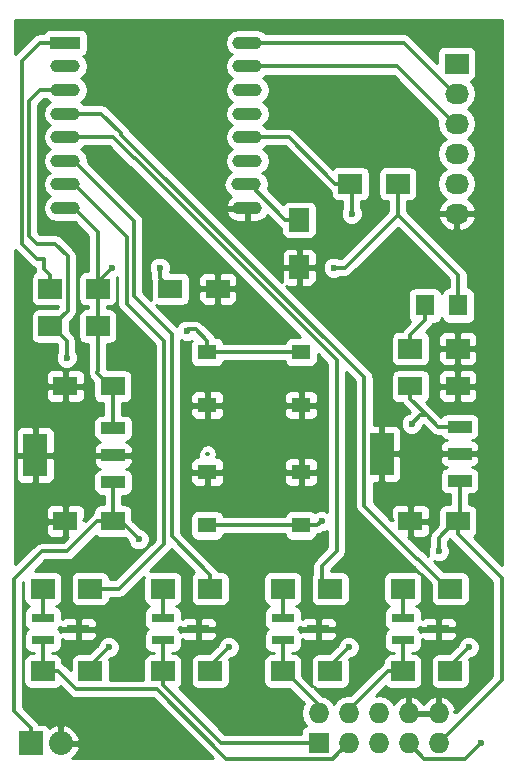
<source format=gtl>
G04 #@! TF.FileFunction,Copper,L1,Top,Signal*
%FSLAX46Y46*%
G04 Gerber Fmt 4.6, Leading zero omitted, Abs format (unit mm)*
G04 Created by KiCad (PCBNEW 4.0.4-stable) date Monday, 12 December 2016 'PMt' 10:19:35 PM*
%MOMM*%
%LPD*%
G01*
G04 APERTURE LIST*
%ADD10C,0.100000*%
%ADD11R,2.000000X1.600000*%
%ADD12R,1.597660X1.800860*%
%ADD13R,2.032000X3.657600*%
%ADD14R,2.032000X1.016000*%
%ADD15R,2.032000X2.032000*%
%ADD16O,2.032000X2.032000*%
%ADD17R,1.727200X1.727200*%
%ADD18O,1.727200X1.727200*%
%ADD19R,2.032000X1.727200*%
%ADD20O,2.032000X1.727200*%
%ADD21R,2.000000X1.700000*%
%ADD22R,1.700000X2.000000*%
%ADD23R,1.550000X1.300000*%
%ADD24R,2.500000X1.100000*%
%ADD25O,2.500000X1.100000*%
%ADD26R,1.900000X0.800000*%
%ADD27C,0.600000*%
%ADD28C,0.300000*%
%ADD29C,0.400000*%
%ADD30C,0.254000*%
G04 APERTURE END LIST*
D10*
D11*
X171355000Y-95250000D03*
X175355000Y-95250000D03*
X146145000Y-106680000D03*
X142145000Y-106680000D03*
X146145000Y-95250000D03*
X142145000Y-95250000D03*
X175355000Y-106680000D03*
X171355000Y-106680000D03*
X151035000Y-86995000D03*
X155035000Y-86995000D03*
D12*
X175409860Y-88420362D03*
X172570140Y-88420362D03*
D13*
X168910000Y-100965000D03*
D14*
X175514000Y-100965000D03*
X175514000Y-98679000D03*
X175514000Y-103251000D03*
D13*
X139573000Y-101092000D03*
D14*
X146177000Y-101092000D03*
X146177000Y-98806000D03*
X146177000Y-103378000D03*
D15*
X139192000Y-125476000D03*
D16*
X141732000Y-125476000D03*
D17*
X163576000Y-125476000D03*
D18*
X163576000Y-122936000D03*
X166116000Y-125476000D03*
X166116000Y-122936000D03*
X168656000Y-125476000D03*
X168656000Y-122936000D03*
X171196000Y-125476000D03*
X171196000Y-122936000D03*
X173736000Y-125476000D03*
X173736000Y-122936000D03*
D19*
X175260000Y-67945000D03*
D20*
X175260000Y-70485000D03*
X175260000Y-73025000D03*
X175260000Y-75565000D03*
X175260000Y-78105000D03*
X175260000Y-80645000D03*
D21*
X160560000Y-119380000D03*
X164560000Y-119380000D03*
X160560000Y-112395000D03*
X164560000Y-112395000D03*
X170720000Y-119380000D03*
X174720000Y-119380000D03*
X170720000Y-112395000D03*
X174720000Y-112395000D03*
X140240000Y-119380000D03*
X144240000Y-119380000D03*
X140240000Y-112395000D03*
X144240000Y-112395000D03*
X150400000Y-119380000D03*
X154400000Y-119380000D03*
X150400000Y-112395000D03*
X154400000Y-112395000D03*
X175355000Y-92075000D03*
X171355000Y-92075000D03*
X140875000Y-86995000D03*
X144875000Y-86995000D03*
X140875000Y-90170000D03*
X144875000Y-90170000D03*
X170275000Y-78105000D03*
X166275000Y-78105000D03*
D22*
X161925000Y-85185000D03*
X161925000Y-81185000D03*
D23*
X154140000Y-92365000D03*
X162090000Y-92365000D03*
X154140000Y-96865000D03*
X162090000Y-96865000D03*
X154140000Y-102525000D03*
X162090000Y-102525000D03*
X154140000Y-107025000D03*
X162090000Y-107025000D03*
D24*
X142145000Y-66167000D03*
D25*
X142145000Y-68167000D03*
X142145000Y-70167000D03*
X142145000Y-72167000D03*
X142145000Y-74167000D03*
X142145000Y-76167000D03*
X142145000Y-78167000D03*
X142145000Y-80167000D03*
X157545000Y-80167000D03*
X157445000Y-78167000D03*
X157545000Y-76167000D03*
X157545000Y-74167000D03*
X157545000Y-72167000D03*
X157545000Y-70167000D03*
X157545000Y-68167000D03*
X157545000Y-66167000D03*
D26*
X140232000Y-114874000D03*
X140232000Y-116774000D03*
X143232000Y-115824000D03*
X150392000Y-114874000D03*
X150392000Y-116774000D03*
X153392000Y-115824000D03*
X160552000Y-114874000D03*
X160552000Y-116774000D03*
X163552000Y-115824000D03*
X170712000Y-114874000D03*
X170712000Y-116774000D03*
X173712000Y-115824000D03*
D27*
X176276000Y-117348000D03*
X166116000Y-117348000D03*
X155956000Y-117348000D03*
X145796000Y-117348000D03*
X177292000Y-125476000D03*
X171450000Y-98425000D03*
X146812000Y-114808000D03*
X139192000Y-106680000D03*
X154940000Y-89281000D03*
X173736000Y-109220000D03*
X148336000Y-108204000D03*
X164846000Y-85217000D03*
X150114000Y-85217000D03*
X146050000Y-85217000D03*
X142240000Y-92837000D03*
X152400000Y-90551000D03*
X163830000Y-106680000D03*
X166370000Y-80645000D03*
D28*
X154140000Y-101003000D02*
X154178000Y-100965000D01*
X174720000Y-119380000D02*
X174720000Y-118904000D01*
X174720000Y-118904000D02*
X176276000Y-117348000D01*
X164560000Y-119380000D02*
X164560000Y-118904000D01*
X164560000Y-118904000D02*
X166116000Y-117348000D01*
X154400000Y-119380000D02*
X154400000Y-118904000D01*
X154400000Y-118904000D02*
X155956000Y-117348000D01*
X144240000Y-119380000D02*
X144240000Y-118904000D01*
X144240000Y-118904000D02*
X145796000Y-117348000D01*
X171196000Y-125476000D02*
X172509601Y-126789601D01*
X172509601Y-126789601D02*
X175978399Y-126789601D01*
X175978399Y-126789601D02*
X177292000Y-125476000D01*
X172720000Y-97715000D02*
X173684000Y-98679000D01*
X171355000Y-96350000D02*
X172720000Y-97715000D01*
X172720000Y-97715000D02*
X172160000Y-97715000D01*
X172160000Y-97715000D02*
X171450000Y-98425000D01*
X171355000Y-95250000D02*
X171355000Y-96350000D01*
X173684000Y-98679000D02*
X174198000Y-98679000D01*
X174198000Y-98679000D02*
X175514000Y-98679000D01*
X143232000Y-115824000D02*
X145796000Y-115824000D01*
X145796000Y-115824000D02*
X146812000Y-114808000D01*
X142145000Y-106680000D02*
X139192000Y-106680000D01*
X162090000Y-96865000D02*
X162090000Y-99911000D01*
X162090000Y-99911000D02*
X162052000Y-99949000D01*
X155035000Y-86995000D02*
X155035000Y-89186000D01*
X155035000Y-89186000D02*
X154940000Y-89281000D01*
X146177000Y-101092000D02*
X148717000Y-101092000D01*
X148717000Y-101092000D02*
X148844000Y-100965000D01*
X162090000Y-102525000D02*
X162090000Y-99987000D01*
X162090000Y-99987000D02*
X162052000Y-99949000D01*
X175355000Y-92075000D02*
X175355000Y-95250000D01*
X173736000Y-109220000D02*
X173736000Y-108099000D01*
X173736000Y-108099000D02*
X175155000Y-106680000D01*
X175155000Y-106680000D02*
X175355000Y-106680000D01*
X146145000Y-106680000D02*
X146812000Y-106680000D01*
X146812000Y-106680000D02*
X148336000Y-108204000D01*
X139192000Y-125476000D02*
X139192000Y-124160000D01*
X139192000Y-124160000D02*
X137795000Y-122763000D01*
X137795000Y-122763000D02*
X137795000Y-111544998D01*
X179070000Y-111495000D02*
X179070000Y-120142000D01*
X179070000Y-120142000D02*
X173736000Y-125476000D01*
X175355000Y-106680000D02*
X175355000Y-107780000D01*
X175355000Y-107780000D02*
X179070000Y-111495000D01*
X175514000Y-103251000D02*
X175006000Y-103251000D01*
X175514000Y-103251000D02*
X175514000Y-106521000D01*
X175514000Y-106521000D02*
X175355000Y-106680000D01*
X137795000Y-111544998D02*
X140119998Y-109220000D01*
X140119998Y-109220000D02*
X142305000Y-109220000D01*
X142305000Y-109220000D02*
X144845000Y-106680000D01*
X144845000Y-106680000D02*
X146145000Y-106680000D01*
X146177000Y-103378000D02*
X146177000Y-106648000D01*
X146177000Y-106648000D02*
X146145000Y-106680000D01*
X144875000Y-86995000D02*
X144875000Y-82197000D01*
X144875000Y-82197000D02*
X142845000Y-80167000D01*
X164846000Y-85217000D02*
X165798000Y-85217000D01*
X165798000Y-85217000D02*
X170275000Y-80740000D01*
X150114000Y-85217000D02*
X150114000Y-86074000D01*
X150114000Y-86074000D02*
X151035000Y-86995000D01*
X144875000Y-86995000D02*
X144875000Y-86392000D01*
X144875000Y-86392000D02*
X146050000Y-85217000D01*
X144875000Y-90170000D02*
X144875000Y-93980000D01*
X144845000Y-94010000D02*
X144845000Y-94150000D01*
X144875000Y-93980000D02*
X144845000Y-94010000D01*
X144845000Y-94150000D02*
X145945000Y-95250000D01*
X145945000Y-95250000D02*
X146145000Y-95250000D01*
X146145000Y-95250000D02*
X146145000Y-98774000D01*
X146145000Y-98774000D02*
X146177000Y-98806000D01*
X170275000Y-78105000D02*
X170275000Y-80740000D01*
X170275000Y-80740000D02*
X175409860Y-85874860D01*
X175409860Y-85874860D02*
X175409860Y-88420362D01*
X144875000Y-86995000D02*
X144875000Y-90170000D01*
X172570140Y-88420362D02*
X172570140Y-89684860D01*
X172570140Y-89684860D02*
X171355000Y-90900000D01*
X171355000Y-90900000D02*
X171355000Y-92075000D01*
X150392000Y-116774000D02*
X150392000Y-119372000D01*
X150392000Y-119372000D02*
X150400000Y-119380000D01*
X150400000Y-119380000D02*
X150400000Y-120530000D01*
X150400000Y-120530000D02*
X155346000Y-125476000D01*
X155346000Y-125476000D02*
X162412400Y-125476000D01*
X162412400Y-125476000D02*
X163576000Y-125476000D01*
X160560000Y-119380000D02*
X160710000Y-119380000D01*
X160710000Y-119380000D02*
X163576000Y-122246000D01*
X163576000Y-122246000D02*
X163576000Y-122936000D01*
X160552000Y-116774000D02*
X160552000Y-119372000D01*
X160552000Y-119372000D02*
X160560000Y-119380000D01*
X140232000Y-116774000D02*
X140232000Y-119372000D01*
X140232000Y-119372000D02*
X140240000Y-119380000D01*
X149860000Y-120904000D02*
X155745601Y-126789601D01*
X155745601Y-126789601D02*
X164802399Y-126789601D01*
X164802399Y-126789601D02*
X165252401Y-126339599D01*
X165252401Y-126339599D02*
X166116000Y-125476000D01*
X143064000Y-120904000D02*
X149860000Y-120904000D01*
X140240000Y-119380000D02*
X141540000Y-119380000D01*
X141540000Y-119380000D02*
X143064000Y-120904000D01*
X170720000Y-119380000D02*
X169420000Y-119380000D01*
X169420000Y-119380000D02*
X166116000Y-122684000D01*
X166116000Y-122684000D02*
X166116000Y-122936000D01*
X170712000Y-116774000D02*
X170712000Y-119372000D01*
X170712000Y-119372000D02*
X170720000Y-119380000D01*
X175260000Y-70485000D02*
X175107600Y-70485000D01*
X170789600Y-66167000D02*
X156845000Y-66167000D01*
X175107600Y-70485000D02*
X170789600Y-66167000D01*
X175260000Y-73025000D02*
X175107600Y-73025000D01*
X175107600Y-73025000D02*
X170249600Y-68167000D01*
X170249600Y-68167000D02*
X156845000Y-68167000D01*
X140232000Y-114874000D02*
X140232000Y-112403000D01*
X140232000Y-112403000D02*
X140240000Y-112395000D01*
X150400000Y-112395000D02*
X150400000Y-114866000D01*
X150400000Y-114866000D02*
X150392000Y-114874000D01*
X150392000Y-112403000D02*
X150400000Y-112395000D01*
X160560000Y-112395000D02*
X160560000Y-114866000D01*
X160560000Y-114866000D02*
X160552000Y-114874000D01*
X160552000Y-112403000D02*
X160560000Y-112395000D01*
X170712000Y-114874000D02*
X170712000Y-112403000D01*
X170712000Y-112403000D02*
X170720000Y-112395000D01*
D29*
X170688000Y-112427000D02*
X170720000Y-112395000D01*
D28*
X147954000Y-75945000D02*
X146176000Y-74167000D01*
X146176000Y-74167000D02*
X142845000Y-74167000D01*
X148030002Y-75945000D02*
X147954000Y-75945000D01*
X165100000Y-109220000D02*
X163830000Y-110490000D01*
X165100000Y-93014998D02*
X165100000Y-109220000D01*
X148030002Y-75945000D02*
X165100000Y-93014998D01*
X163830000Y-110605000D02*
X163830000Y-111665000D01*
X163830000Y-111665000D02*
X164560000Y-112395000D01*
X146878545Y-73853545D02*
X145192000Y-72167000D01*
X145192000Y-72167000D02*
X142845000Y-72167000D01*
X146878545Y-73945000D02*
X146878545Y-73853545D01*
X172030000Y-109855000D02*
X174570000Y-112395000D01*
X174570000Y-112395000D02*
X174720000Y-112395000D01*
X171919998Y-109855000D02*
X172030000Y-109855000D01*
X167443999Y-105379001D02*
X171919998Y-109855000D01*
X167443999Y-94510454D02*
X167443999Y-105379001D01*
X146878545Y-73945000D02*
X167443999Y-94510454D01*
X144240000Y-112395000D02*
X146685000Y-112395000D01*
X150495000Y-108585000D02*
X150495000Y-91440000D01*
X147320000Y-88265000D02*
X147320000Y-82642000D01*
X146685000Y-112395000D02*
X150495000Y-108585000D01*
X150495000Y-91440000D02*
X147320000Y-88265000D01*
X147320000Y-82642000D02*
X142845000Y-78167000D01*
X154400000Y-112395000D02*
X154400000Y-111245000D01*
X147955000Y-81277000D02*
X142845000Y-76167000D01*
X154400000Y-111245000D02*
X151130000Y-107975000D01*
X151130000Y-107975000D02*
X151130000Y-90805000D01*
X151130000Y-90805000D02*
X147955000Y-87630000D01*
X147955000Y-87630000D02*
X147955000Y-81277000D01*
X140875000Y-86995000D02*
X140875000Y-85845000D01*
X140875000Y-85845000D02*
X140335000Y-85305000D01*
X140335000Y-85305000D02*
X140335000Y-84455000D01*
X138430000Y-83185000D02*
X138430000Y-67691000D01*
X140335000Y-84455000D02*
X139700000Y-84455000D01*
X139700000Y-84455000D02*
X138430000Y-83185000D01*
X138430000Y-67691000D02*
X139954000Y-66167000D01*
X139954000Y-66167000D02*
X142845000Y-66167000D01*
X141025000Y-90170000D02*
X142325001Y-88869999D01*
X142325001Y-88869999D02*
X142325001Y-84239228D01*
X142325001Y-84239228D02*
X141270773Y-83185000D01*
X141270773Y-83185000D02*
X139700000Y-83185000D01*
X139700000Y-83185000D02*
X139065000Y-82550000D01*
X139065000Y-82550000D02*
X139065000Y-71120000D01*
X139065000Y-71120000D02*
X140018000Y-70167000D01*
X140018000Y-70167000D02*
X142845000Y-70167000D01*
X142240000Y-92837000D02*
X142240000Y-91385000D01*
X142240000Y-91385000D02*
X141025000Y-90170000D01*
X153162000Y-90437000D02*
X152514000Y-90437000D01*
X152514000Y-90437000D02*
X152400000Y-90551000D01*
X154140000Y-92365000D02*
X154140000Y-91415000D01*
X154140000Y-91415000D02*
X153162000Y-90437000D01*
X154140000Y-92365000D02*
X162090000Y-92365000D01*
X141025000Y-90170000D02*
X140875000Y-90170000D01*
X166275000Y-78105000D02*
X164975000Y-78105000D01*
X164975000Y-78105000D02*
X161037000Y-74167000D01*
X161037000Y-74167000D02*
X156845000Y-74167000D01*
X154140000Y-107025000D02*
X162090000Y-107025000D01*
X162090000Y-107025000D02*
X163485000Y-107025000D01*
X163485000Y-107025000D02*
X163830000Y-106680000D01*
X166370000Y-80645000D02*
X166370000Y-78200000D01*
X166370000Y-78200000D02*
X166275000Y-78105000D01*
X162090000Y-107025000D02*
X162215000Y-107025000D01*
X161925000Y-81185000D02*
X160775000Y-81185000D01*
X160775000Y-81185000D02*
X157757000Y-78167000D01*
X157757000Y-78167000D02*
X156845000Y-78167000D01*
D30*
G36*
X138592560Y-113245000D02*
X138636838Y-113480317D01*
X138775910Y-113696441D01*
X138988110Y-113841431D01*
X139091595Y-113862387D01*
X139046683Y-113870838D01*
X138830559Y-114009910D01*
X138685569Y-114222110D01*
X138634560Y-114474000D01*
X138634560Y-115274000D01*
X138678838Y-115509317D01*
X138817910Y-115725441D01*
X138963083Y-115824633D01*
X138830559Y-115909910D01*
X138685569Y-116122110D01*
X138634560Y-116374000D01*
X138634560Y-117174000D01*
X138678838Y-117409317D01*
X138817910Y-117625441D01*
X139030110Y-117770431D01*
X139282000Y-117821440D01*
X139447000Y-117821440D01*
X139447000Y-117882560D01*
X139240000Y-117882560D01*
X139004683Y-117926838D01*
X138788559Y-118065910D01*
X138643569Y-118278110D01*
X138592560Y-118530000D01*
X138592560Y-120230000D01*
X138636838Y-120465317D01*
X138775910Y-120681441D01*
X138988110Y-120826431D01*
X139240000Y-120877440D01*
X141240000Y-120877440D01*
X141475317Y-120833162D01*
X141691441Y-120694090D01*
X141712748Y-120662906D01*
X142508919Y-121459076D01*
X142508921Y-121459079D01*
X142763594Y-121629245D01*
X143064000Y-121689000D01*
X149534842Y-121689000D01*
X154618842Y-126773000D01*
X142714785Y-126773000D01*
X143069188Y-126444379D01*
X143337983Y-125858946D01*
X143219367Y-125603000D01*
X141859000Y-125603000D01*
X141859000Y-125623000D01*
X141605000Y-125623000D01*
X141605000Y-125603000D01*
X141585000Y-125603000D01*
X141585000Y-125349000D01*
X141605000Y-125349000D01*
X141605000Y-123989164D01*
X141859000Y-123989164D01*
X141859000Y-125349000D01*
X143219367Y-125349000D01*
X143337983Y-125093054D01*
X143069188Y-124507621D01*
X142596818Y-124069615D01*
X142114944Y-123870025D01*
X141859000Y-123989164D01*
X141605000Y-123989164D01*
X141349056Y-123870025D01*
X140867182Y-124069615D01*
X140769602Y-124160097D01*
X140672090Y-124008559D01*
X140459890Y-123863569D01*
X140208000Y-123812560D01*
X139885819Y-123812560D01*
X139747079Y-123604921D01*
X138580000Y-122437842D01*
X138580000Y-111870156D01*
X138592560Y-111857596D01*
X138592560Y-113245000D01*
X138592560Y-113245000D01*
G37*
X138592560Y-113245000D02*
X138636838Y-113480317D01*
X138775910Y-113696441D01*
X138988110Y-113841431D01*
X139091595Y-113862387D01*
X139046683Y-113870838D01*
X138830559Y-114009910D01*
X138685569Y-114222110D01*
X138634560Y-114474000D01*
X138634560Y-115274000D01*
X138678838Y-115509317D01*
X138817910Y-115725441D01*
X138963083Y-115824633D01*
X138830559Y-115909910D01*
X138685569Y-116122110D01*
X138634560Y-116374000D01*
X138634560Y-117174000D01*
X138678838Y-117409317D01*
X138817910Y-117625441D01*
X139030110Y-117770431D01*
X139282000Y-117821440D01*
X139447000Y-117821440D01*
X139447000Y-117882560D01*
X139240000Y-117882560D01*
X139004683Y-117926838D01*
X138788559Y-118065910D01*
X138643569Y-118278110D01*
X138592560Y-118530000D01*
X138592560Y-120230000D01*
X138636838Y-120465317D01*
X138775910Y-120681441D01*
X138988110Y-120826431D01*
X139240000Y-120877440D01*
X141240000Y-120877440D01*
X141475317Y-120833162D01*
X141691441Y-120694090D01*
X141712748Y-120662906D01*
X142508919Y-121459076D01*
X142508921Y-121459079D01*
X142763594Y-121629245D01*
X143064000Y-121689000D01*
X149534842Y-121689000D01*
X154618842Y-126773000D01*
X142714785Y-126773000D01*
X143069188Y-126444379D01*
X143337983Y-125858946D01*
X143219367Y-125603000D01*
X141859000Y-125603000D01*
X141859000Y-125623000D01*
X141605000Y-125623000D01*
X141605000Y-125603000D01*
X141585000Y-125603000D01*
X141585000Y-125349000D01*
X141605000Y-125349000D01*
X141605000Y-123989164D01*
X141859000Y-123989164D01*
X141859000Y-125349000D01*
X143219367Y-125349000D01*
X143337983Y-125093054D01*
X143069188Y-124507621D01*
X142596818Y-124069615D01*
X142114944Y-123870025D01*
X141859000Y-123989164D01*
X141605000Y-123989164D01*
X141349056Y-123870025D01*
X140867182Y-124069615D01*
X140769602Y-124160097D01*
X140672090Y-124008559D01*
X140459890Y-123863569D01*
X140208000Y-123812560D01*
X139885819Y-123812560D01*
X139747079Y-123604921D01*
X138580000Y-122437842D01*
X138580000Y-111870156D01*
X138592560Y-111857596D01*
X138592560Y-113245000D01*
G36*
X152213201Y-91485838D02*
X152585167Y-91486162D01*
X152818769Y-91389640D01*
X152768569Y-91463110D01*
X152717560Y-91715000D01*
X152717560Y-93015000D01*
X152761838Y-93250317D01*
X152900910Y-93466441D01*
X153113110Y-93611431D01*
X153365000Y-93662440D01*
X154915000Y-93662440D01*
X155150317Y-93618162D01*
X155366441Y-93479090D01*
X155511431Y-93266890D01*
X155535102Y-93150000D01*
X160692962Y-93150000D01*
X160711838Y-93250317D01*
X160850910Y-93466441D01*
X161063110Y-93611431D01*
X161315000Y-93662440D01*
X162865000Y-93662440D01*
X163100317Y-93618162D01*
X163316441Y-93479090D01*
X163461431Y-93266890D01*
X163512440Y-93015000D01*
X163512440Y-92537596D01*
X164315000Y-93340156D01*
X164315000Y-105868986D01*
X164016799Y-105745162D01*
X163644833Y-105744838D01*
X163301057Y-105886883D01*
X163290637Y-105897285D01*
X163116890Y-105778569D01*
X162865000Y-105727560D01*
X161315000Y-105727560D01*
X161079683Y-105771838D01*
X160863559Y-105910910D01*
X160718569Y-106123110D01*
X160694898Y-106240000D01*
X155537038Y-106240000D01*
X155518162Y-106139683D01*
X155379090Y-105923559D01*
X155166890Y-105778569D01*
X154915000Y-105727560D01*
X153365000Y-105727560D01*
X153129683Y-105771838D01*
X152913559Y-105910910D01*
X152768569Y-106123110D01*
X152717560Y-106375000D01*
X152717560Y-107675000D01*
X152761838Y-107910317D01*
X152900910Y-108126441D01*
X153113110Y-108271431D01*
X153365000Y-108322440D01*
X154915000Y-108322440D01*
X155150317Y-108278162D01*
X155366441Y-108139090D01*
X155511431Y-107926890D01*
X155535102Y-107810000D01*
X160692962Y-107810000D01*
X160711838Y-107910317D01*
X160850910Y-108126441D01*
X161063110Y-108271431D01*
X161315000Y-108322440D01*
X162865000Y-108322440D01*
X163100317Y-108278162D01*
X163316441Y-108139090D01*
X163461431Y-107926890D01*
X163485106Y-107809979D01*
X163785407Y-107750245D01*
X163987609Y-107615138D01*
X164015167Y-107615162D01*
X164315000Y-107491274D01*
X164315000Y-108894842D01*
X163274921Y-109934921D01*
X163104755Y-110189593D01*
X163045000Y-110490000D01*
X163056438Y-110547500D01*
X163045000Y-110605000D01*
X163045000Y-111173932D01*
X162963569Y-111293110D01*
X162912560Y-111545000D01*
X162912560Y-113245000D01*
X162956838Y-113480317D01*
X163095910Y-113696441D01*
X163308110Y-113841431D01*
X163560000Y-113892440D01*
X165560000Y-113892440D01*
X165795317Y-113848162D01*
X166011441Y-113709090D01*
X166156431Y-113496890D01*
X166207440Y-113245000D01*
X166207440Y-111545000D01*
X166163162Y-111309683D01*
X166024090Y-111093559D01*
X165811890Y-110948569D01*
X165560000Y-110897560D01*
X164615000Y-110897560D01*
X164615000Y-110815158D01*
X165655079Y-109775079D01*
X165825245Y-109520407D01*
X165885000Y-109220000D01*
X165885000Y-94061613D01*
X166658999Y-94835612D01*
X166658999Y-105379001D01*
X166718754Y-105679408D01*
X166888920Y-105934080D01*
X171364917Y-110410076D01*
X171364919Y-110410079D01*
X171619592Y-110580245D01*
X171651418Y-110586576D01*
X172102983Y-111038141D01*
X171971890Y-110948569D01*
X171720000Y-110897560D01*
X169720000Y-110897560D01*
X169484683Y-110941838D01*
X169268559Y-111080910D01*
X169123569Y-111293110D01*
X169072560Y-111545000D01*
X169072560Y-113245000D01*
X169116838Y-113480317D01*
X169255910Y-113696441D01*
X169468110Y-113841431D01*
X169571595Y-113862387D01*
X169526683Y-113870838D01*
X169310559Y-114009910D01*
X169165569Y-114222110D01*
X169114560Y-114474000D01*
X169114560Y-115274000D01*
X169158838Y-115509317D01*
X169297910Y-115725441D01*
X169443083Y-115824633D01*
X169310559Y-115909910D01*
X169165569Y-116122110D01*
X169114560Y-116374000D01*
X169114560Y-117174000D01*
X169158838Y-117409317D01*
X169297910Y-117625441D01*
X169510110Y-117770431D01*
X169762000Y-117821440D01*
X169927000Y-117821440D01*
X169927000Y-117882560D01*
X169720000Y-117882560D01*
X169484683Y-117926838D01*
X169268559Y-118065910D01*
X169123569Y-118278110D01*
X169072560Y-118530000D01*
X169072560Y-118686182D01*
X168864921Y-118824921D01*
X166254293Y-121435549D01*
X166116000Y-121408041D01*
X165542511Y-121522115D01*
X165056330Y-121846971D01*
X164846000Y-122161752D01*
X164635670Y-121846971D01*
X164149489Y-121522115D01*
X163915787Y-121475629D01*
X163177017Y-120736859D01*
X163308110Y-120826431D01*
X163560000Y-120877440D01*
X165560000Y-120877440D01*
X165795317Y-120833162D01*
X166011441Y-120694090D01*
X166156431Y-120481890D01*
X166207440Y-120230000D01*
X166207440Y-118530000D01*
X166181582Y-118392576D01*
X166291005Y-118283153D01*
X166301167Y-118283162D01*
X166644943Y-118141117D01*
X166908192Y-117878327D01*
X167050838Y-117534799D01*
X167051162Y-117162833D01*
X166909117Y-116819057D01*
X166646327Y-116555808D01*
X166302799Y-116413162D01*
X165930833Y-116412838D01*
X165587057Y-116554883D01*
X165323808Y-116817673D01*
X165181162Y-117161201D01*
X165181152Y-117172690D01*
X164471282Y-117882560D01*
X163560000Y-117882560D01*
X163324683Y-117926838D01*
X163108559Y-118065910D01*
X162963569Y-118278110D01*
X162912560Y-118530000D01*
X162912560Y-120230000D01*
X162956838Y-120465317D01*
X163049544Y-120609386D01*
X162207440Y-119767282D01*
X162207440Y-118530000D01*
X162163162Y-118294683D01*
X162024090Y-118078559D01*
X161811890Y-117933569D01*
X161560000Y-117882560D01*
X161337000Y-117882560D01*
X161337000Y-117821440D01*
X161502000Y-117821440D01*
X161737317Y-117777162D01*
X161953441Y-117638090D01*
X162098431Y-117425890D01*
X162149440Y-117174000D01*
X162149440Y-116669466D01*
X162242302Y-116762327D01*
X162475691Y-116859000D01*
X163266250Y-116859000D01*
X163425000Y-116700250D01*
X163425000Y-115951000D01*
X163679000Y-115951000D01*
X163679000Y-116700250D01*
X163837750Y-116859000D01*
X164628309Y-116859000D01*
X164861698Y-116762327D01*
X165040327Y-116583699D01*
X165137000Y-116350310D01*
X165137000Y-116109750D01*
X164978250Y-115951000D01*
X163679000Y-115951000D01*
X163425000Y-115951000D01*
X162125750Y-115951000D01*
X162039738Y-116037012D01*
X161966090Y-115922559D01*
X161820917Y-115823367D01*
X161953441Y-115738090D01*
X162040064Y-115611314D01*
X162125750Y-115697000D01*
X163425000Y-115697000D01*
X163425000Y-114947750D01*
X163679000Y-114947750D01*
X163679000Y-115697000D01*
X164978250Y-115697000D01*
X165137000Y-115538250D01*
X165137000Y-115297690D01*
X165040327Y-115064301D01*
X164861698Y-114885673D01*
X164628309Y-114789000D01*
X163837750Y-114789000D01*
X163679000Y-114947750D01*
X163425000Y-114947750D01*
X163266250Y-114789000D01*
X162475691Y-114789000D01*
X162242302Y-114885673D01*
X162149440Y-114978534D01*
X162149440Y-114474000D01*
X162105162Y-114238683D01*
X161966090Y-114022559D01*
X161753890Y-113877569D01*
X161698570Y-113866366D01*
X161795317Y-113848162D01*
X162011441Y-113709090D01*
X162156431Y-113496890D01*
X162207440Y-113245000D01*
X162207440Y-111545000D01*
X162163162Y-111309683D01*
X162024090Y-111093559D01*
X161811890Y-110948569D01*
X161560000Y-110897560D01*
X159560000Y-110897560D01*
X159324683Y-110941838D01*
X159108559Y-111080910D01*
X158963569Y-111293110D01*
X158912560Y-111545000D01*
X158912560Y-113245000D01*
X158956838Y-113480317D01*
X159095910Y-113696441D01*
X159308110Y-113841431D01*
X159411595Y-113862387D01*
X159366683Y-113870838D01*
X159150559Y-114009910D01*
X159005569Y-114222110D01*
X158954560Y-114474000D01*
X158954560Y-115274000D01*
X158998838Y-115509317D01*
X159137910Y-115725441D01*
X159283083Y-115824633D01*
X159150559Y-115909910D01*
X159005569Y-116122110D01*
X158954560Y-116374000D01*
X158954560Y-117174000D01*
X158998838Y-117409317D01*
X159137910Y-117625441D01*
X159350110Y-117770431D01*
X159602000Y-117821440D01*
X159767000Y-117821440D01*
X159767000Y-117882560D01*
X159560000Y-117882560D01*
X159324683Y-117926838D01*
X159108559Y-118065910D01*
X158963569Y-118278110D01*
X158912560Y-118530000D01*
X158912560Y-120230000D01*
X158956838Y-120465317D01*
X159095910Y-120681441D01*
X159308110Y-120826431D01*
X159560000Y-120877440D01*
X161097282Y-120877440D01*
X162336279Y-122116437D01*
X162191474Y-122333152D01*
X162077400Y-122906641D01*
X162077400Y-122965359D01*
X162191474Y-123538848D01*
X162502574Y-124004442D01*
X162477083Y-124009238D01*
X162260959Y-124148310D01*
X162115969Y-124360510D01*
X162064960Y-124612400D01*
X162064960Y-124691000D01*
X155671158Y-124691000D01*
X151743625Y-120763467D01*
X151851441Y-120694090D01*
X151996431Y-120481890D01*
X152047440Y-120230000D01*
X152047440Y-118530000D01*
X152752560Y-118530000D01*
X152752560Y-120230000D01*
X152796838Y-120465317D01*
X152935910Y-120681441D01*
X153148110Y-120826431D01*
X153400000Y-120877440D01*
X155400000Y-120877440D01*
X155635317Y-120833162D01*
X155851441Y-120694090D01*
X155996431Y-120481890D01*
X156047440Y-120230000D01*
X156047440Y-118530000D01*
X156021582Y-118392576D01*
X156131005Y-118283153D01*
X156141167Y-118283162D01*
X156484943Y-118141117D01*
X156748192Y-117878327D01*
X156890838Y-117534799D01*
X156891162Y-117162833D01*
X156749117Y-116819057D01*
X156486327Y-116555808D01*
X156142799Y-116413162D01*
X155770833Y-116412838D01*
X155427057Y-116554883D01*
X155163808Y-116817673D01*
X155021162Y-117161201D01*
X155021152Y-117172690D01*
X154311282Y-117882560D01*
X153400000Y-117882560D01*
X153164683Y-117926838D01*
X152948559Y-118065910D01*
X152803569Y-118278110D01*
X152752560Y-118530000D01*
X152047440Y-118530000D01*
X152003162Y-118294683D01*
X151864090Y-118078559D01*
X151651890Y-117933569D01*
X151400000Y-117882560D01*
X151177000Y-117882560D01*
X151177000Y-117821440D01*
X151342000Y-117821440D01*
X151577317Y-117777162D01*
X151793441Y-117638090D01*
X151938431Y-117425890D01*
X151989440Y-117174000D01*
X151989440Y-116669466D01*
X152082302Y-116762327D01*
X152315691Y-116859000D01*
X153106250Y-116859000D01*
X153265000Y-116700250D01*
X153265000Y-115951000D01*
X153519000Y-115951000D01*
X153519000Y-116700250D01*
X153677750Y-116859000D01*
X154468309Y-116859000D01*
X154701698Y-116762327D01*
X154880327Y-116583699D01*
X154977000Y-116350310D01*
X154977000Y-116109750D01*
X154818250Y-115951000D01*
X153519000Y-115951000D01*
X153265000Y-115951000D01*
X151965750Y-115951000D01*
X151879738Y-116037012D01*
X151806090Y-115922559D01*
X151660917Y-115823367D01*
X151793441Y-115738090D01*
X151880064Y-115611314D01*
X151965750Y-115697000D01*
X153265000Y-115697000D01*
X153265000Y-114947750D01*
X153519000Y-114947750D01*
X153519000Y-115697000D01*
X154818250Y-115697000D01*
X154977000Y-115538250D01*
X154977000Y-115297690D01*
X154880327Y-115064301D01*
X154701698Y-114885673D01*
X154468309Y-114789000D01*
X153677750Y-114789000D01*
X153519000Y-114947750D01*
X153265000Y-114947750D01*
X153106250Y-114789000D01*
X152315691Y-114789000D01*
X152082302Y-114885673D01*
X151989440Y-114978534D01*
X151989440Y-114474000D01*
X151945162Y-114238683D01*
X151806090Y-114022559D01*
X151593890Y-113877569D01*
X151538570Y-113866366D01*
X151635317Y-113848162D01*
X151851441Y-113709090D01*
X151996431Y-113496890D01*
X152047440Y-113245000D01*
X152047440Y-111545000D01*
X152003162Y-111309683D01*
X151864090Y-111093559D01*
X151651890Y-110948569D01*
X151400000Y-110897560D01*
X149400000Y-110897560D01*
X149267705Y-110922453D01*
X151050079Y-109140079D01*
X151104089Y-109059247D01*
X153056375Y-111011533D01*
X152948559Y-111080910D01*
X152803569Y-111293110D01*
X152752560Y-111545000D01*
X152752560Y-113245000D01*
X152796838Y-113480317D01*
X152935910Y-113696441D01*
X153148110Y-113841431D01*
X153400000Y-113892440D01*
X155400000Y-113892440D01*
X155635317Y-113848162D01*
X155851441Y-113709090D01*
X155996431Y-113496890D01*
X156047440Y-113245000D01*
X156047440Y-111545000D01*
X156003162Y-111309683D01*
X155864090Y-111093559D01*
X155651890Y-110948569D01*
X155400000Y-110897560D01*
X155093819Y-110897560D01*
X154955079Y-110689921D01*
X151915000Y-107649842D01*
X151915000Y-102810750D01*
X152730000Y-102810750D01*
X152730000Y-103301310D01*
X152826673Y-103534699D01*
X153005302Y-103713327D01*
X153238691Y-103810000D01*
X153854250Y-103810000D01*
X154013000Y-103651250D01*
X154013000Y-102652000D01*
X154267000Y-102652000D01*
X154267000Y-103651250D01*
X154425750Y-103810000D01*
X155041309Y-103810000D01*
X155274698Y-103713327D01*
X155453327Y-103534699D01*
X155550000Y-103301310D01*
X155550000Y-102810750D01*
X160680000Y-102810750D01*
X160680000Y-103301310D01*
X160776673Y-103534699D01*
X160955302Y-103713327D01*
X161188691Y-103810000D01*
X161804250Y-103810000D01*
X161963000Y-103651250D01*
X161963000Y-102652000D01*
X162217000Y-102652000D01*
X162217000Y-103651250D01*
X162375750Y-103810000D01*
X162991309Y-103810000D01*
X163224698Y-103713327D01*
X163403327Y-103534699D01*
X163500000Y-103301310D01*
X163500000Y-102810750D01*
X163341250Y-102652000D01*
X162217000Y-102652000D01*
X161963000Y-102652000D01*
X160838750Y-102652000D01*
X160680000Y-102810750D01*
X155550000Y-102810750D01*
X155391250Y-102652000D01*
X154267000Y-102652000D01*
X154013000Y-102652000D01*
X152888750Y-102652000D01*
X152730000Y-102810750D01*
X151915000Y-102810750D01*
X151915000Y-101748690D01*
X152730000Y-101748690D01*
X152730000Y-102239250D01*
X152888750Y-102398000D01*
X154013000Y-102398000D01*
X154013000Y-102378000D01*
X154267000Y-102378000D01*
X154267000Y-102398000D01*
X155391250Y-102398000D01*
X155550000Y-102239250D01*
X155550000Y-101748690D01*
X160680000Y-101748690D01*
X160680000Y-102239250D01*
X160838750Y-102398000D01*
X161963000Y-102398000D01*
X161963000Y-101398750D01*
X162217000Y-101398750D01*
X162217000Y-102398000D01*
X163341250Y-102398000D01*
X163500000Y-102239250D01*
X163500000Y-101748690D01*
X163403327Y-101515301D01*
X163224698Y-101336673D01*
X162991309Y-101240000D01*
X162375750Y-101240000D01*
X162217000Y-101398750D01*
X161963000Y-101398750D01*
X161804250Y-101240000D01*
X161188691Y-101240000D01*
X160955302Y-101336673D01*
X160776673Y-101515301D01*
X160680000Y-101748690D01*
X155550000Y-101748690D01*
X155453327Y-101515301D01*
X155274698Y-101336673D01*
X155041309Y-101240000D01*
X154908299Y-101240000D01*
X154963000Y-100965000D01*
X154903245Y-100664594D01*
X154733079Y-100409921D01*
X154478406Y-100239755D01*
X154178000Y-100180000D01*
X153877593Y-100239755D01*
X153622921Y-100409921D01*
X153584921Y-100447921D01*
X153414755Y-100702593D01*
X153355000Y-101003000D01*
X153402142Y-101240000D01*
X153238691Y-101240000D01*
X153005302Y-101336673D01*
X152826673Y-101515301D01*
X152730000Y-101748690D01*
X151915000Y-101748690D01*
X151915000Y-97150750D01*
X152730000Y-97150750D01*
X152730000Y-97641310D01*
X152826673Y-97874699D01*
X153005302Y-98053327D01*
X153238691Y-98150000D01*
X153854250Y-98150000D01*
X154013000Y-97991250D01*
X154013000Y-96992000D01*
X154267000Y-96992000D01*
X154267000Y-97991250D01*
X154425750Y-98150000D01*
X155041309Y-98150000D01*
X155274698Y-98053327D01*
X155453327Y-97874699D01*
X155550000Y-97641310D01*
X155550000Y-97150750D01*
X160680000Y-97150750D01*
X160680000Y-97641310D01*
X160776673Y-97874699D01*
X160955302Y-98053327D01*
X161188691Y-98150000D01*
X161804250Y-98150000D01*
X161963000Y-97991250D01*
X161963000Y-96992000D01*
X162217000Y-96992000D01*
X162217000Y-97991250D01*
X162375750Y-98150000D01*
X162991309Y-98150000D01*
X163224698Y-98053327D01*
X163403327Y-97874699D01*
X163500000Y-97641310D01*
X163500000Y-97150750D01*
X163341250Y-96992000D01*
X162217000Y-96992000D01*
X161963000Y-96992000D01*
X160838750Y-96992000D01*
X160680000Y-97150750D01*
X155550000Y-97150750D01*
X155391250Y-96992000D01*
X154267000Y-96992000D01*
X154013000Y-96992000D01*
X152888750Y-96992000D01*
X152730000Y-97150750D01*
X151915000Y-97150750D01*
X151915000Y-96088690D01*
X152730000Y-96088690D01*
X152730000Y-96579250D01*
X152888750Y-96738000D01*
X154013000Y-96738000D01*
X154013000Y-95738750D01*
X154267000Y-95738750D01*
X154267000Y-96738000D01*
X155391250Y-96738000D01*
X155550000Y-96579250D01*
X155550000Y-96088690D01*
X160680000Y-96088690D01*
X160680000Y-96579250D01*
X160838750Y-96738000D01*
X161963000Y-96738000D01*
X161963000Y-95738750D01*
X162217000Y-95738750D01*
X162217000Y-96738000D01*
X163341250Y-96738000D01*
X163500000Y-96579250D01*
X163500000Y-96088690D01*
X163403327Y-95855301D01*
X163224698Y-95676673D01*
X162991309Y-95580000D01*
X162375750Y-95580000D01*
X162217000Y-95738750D01*
X161963000Y-95738750D01*
X161804250Y-95580000D01*
X161188691Y-95580000D01*
X160955302Y-95676673D01*
X160776673Y-95855301D01*
X160680000Y-96088690D01*
X155550000Y-96088690D01*
X155453327Y-95855301D01*
X155274698Y-95676673D01*
X155041309Y-95580000D01*
X154425750Y-95580000D01*
X154267000Y-95738750D01*
X154013000Y-95738750D01*
X153854250Y-95580000D01*
X153238691Y-95580000D01*
X153005302Y-95676673D01*
X152826673Y-95855301D01*
X152730000Y-96088690D01*
X151915000Y-96088690D01*
X151915000Y-91362014D01*
X152213201Y-91485838D01*
X152213201Y-91485838D01*
G37*
X152213201Y-91485838D02*
X152585167Y-91486162D01*
X152818769Y-91389640D01*
X152768569Y-91463110D01*
X152717560Y-91715000D01*
X152717560Y-93015000D01*
X152761838Y-93250317D01*
X152900910Y-93466441D01*
X153113110Y-93611431D01*
X153365000Y-93662440D01*
X154915000Y-93662440D01*
X155150317Y-93618162D01*
X155366441Y-93479090D01*
X155511431Y-93266890D01*
X155535102Y-93150000D01*
X160692962Y-93150000D01*
X160711838Y-93250317D01*
X160850910Y-93466441D01*
X161063110Y-93611431D01*
X161315000Y-93662440D01*
X162865000Y-93662440D01*
X163100317Y-93618162D01*
X163316441Y-93479090D01*
X163461431Y-93266890D01*
X163512440Y-93015000D01*
X163512440Y-92537596D01*
X164315000Y-93340156D01*
X164315000Y-105868986D01*
X164016799Y-105745162D01*
X163644833Y-105744838D01*
X163301057Y-105886883D01*
X163290637Y-105897285D01*
X163116890Y-105778569D01*
X162865000Y-105727560D01*
X161315000Y-105727560D01*
X161079683Y-105771838D01*
X160863559Y-105910910D01*
X160718569Y-106123110D01*
X160694898Y-106240000D01*
X155537038Y-106240000D01*
X155518162Y-106139683D01*
X155379090Y-105923559D01*
X155166890Y-105778569D01*
X154915000Y-105727560D01*
X153365000Y-105727560D01*
X153129683Y-105771838D01*
X152913559Y-105910910D01*
X152768569Y-106123110D01*
X152717560Y-106375000D01*
X152717560Y-107675000D01*
X152761838Y-107910317D01*
X152900910Y-108126441D01*
X153113110Y-108271431D01*
X153365000Y-108322440D01*
X154915000Y-108322440D01*
X155150317Y-108278162D01*
X155366441Y-108139090D01*
X155511431Y-107926890D01*
X155535102Y-107810000D01*
X160692962Y-107810000D01*
X160711838Y-107910317D01*
X160850910Y-108126441D01*
X161063110Y-108271431D01*
X161315000Y-108322440D01*
X162865000Y-108322440D01*
X163100317Y-108278162D01*
X163316441Y-108139090D01*
X163461431Y-107926890D01*
X163485106Y-107809979D01*
X163785407Y-107750245D01*
X163987609Y-107615138D01*
X164015167Y-107615162D01*
X164315000Y-107491274D01*
X164315000Y-108894842D01*
X163274921Y-109934921D01*
X163104755Y-110189593D01*
X163045000Y-110490000D01*
X163056438Y-110547500D01*
X163045000Y-110605000D01*
X163045000Y-111173932D01*
X162963569Y-111293110D01*
X162912560Y-111545000D01*
X162912560Y-113245000D01*
X162956838Y-113480317D01*
X163095910Y-113696441D01*
X163308110Y-113841431D01*
X163560000Y-113892440D01*
X165560000Y-113892440D01*
X165795317Y-113848162D01*
X166011441Y-113709090D01*
X166156431Y-113496890D01*
X166207440Y-113245000D01*
X166207440Y-111545000D01*
X166163162Y-111309683D01*
X166024090Y-111093559D01*
X165811890Y-110948569D01*
X165560000Y-110897560D01*
X164615000Y-110897560D01*
X164615000Y-110815158D01*
X165655079Y-109775079D01*
X165825245Y-109520407D01*
X165885000Y-109220000D01*
X165885000Y-94061613D01*
X166658999Y-94835612D01*
X166658999Y-105379001D01*
X166718754Y-105679408D01*
X166888920Y-105934080D01*
X171364917Y-110410076D01*
X171364919Y-110410079D01*
X171619592Y-110580245D01*
X171651418Y-110586576D01*
X172102983Y-111038141D01*
X171971890Y-110948569D01*
X171720000Y-110897560D01*
X169720000Y-110897560D01*
X169484683Y-110941838D01*
X169268559Y-111080910D01*
X169123569Y-111293110D01*
X169072560Y-111545000D01*
X169072560Y-113245000D01*
X169116838Y-113480317D01*
X169255910Y-113696441D01*
X169468110Y-113841431D01*
X169571595Y-113862387D01*
X169526683Y-113870838D01*
X169310559Y-114009910D01*
X169165569Y-114222110D01*
X169114560Y-114474000D01*
X169114560Y-115274000D01*
X169158838Y-115509317D01*
X169297910Y-115725441D01*
X169443083Y-115824633D01*
X169310559Y-115909910D01*
X169165569Y-116122110D01*
X169114560Y-116374000D01*
X169114560Y-117174000D01*
X169158838Y-117409317D01*
X169297910Y-117625441D01*
X169510110Y-117770431D01*
X169762000Y-117821440D01*
X169927000Y-117821440D01*
X169927000Y-117882560D01*
X169720000Y-117882560D01*
X169484683Y-117926838D01*
X169268559Y-118065910D01*
X169123569Y-118278110D01*
X169072560Y-118530000D01*
X169072560Y-118686182D01*
X168864921Y-118824921D01*
X166254293Y-121435549D01*
X166116000Y-121408041D01*
X165542511Y-121522115D01*
X165056330Y-121846971D01*
X164846000Y-122161752D01*
X164635670Y-121846971D01*
X164149489Y-121522115D01*
X163915787Y-121475629D01*
X163177017Y-120736859D01*
X163308110Y-120826431D01*
X163560000Y-120877440D01*
X165560000Y-120877440D01*
X165795317Y-120833162D01*
X166011441Y-120694090D01*
X166156431Y-120481890D01*
X166207440Y-120230000D01*
X166207440Y-118530000D01*
X166181582Y-118392576D01*
X166291005Y-118283153D01*
X166301167Y-118283162D01*
X166644943Y-118141117D01*
X166908192Y-117878327D01*
X167050838Y-117534799D01*
X167051162Y-117162833D01*
X166909117Y-116819057D01*
X166646327Y-116555808D01*
X166302799Y-116413162D01*
X165930833Y-116412838D01*
X165587057Y-116554883D01*
X165323808Y-116817673D01*
X165181162Y-117161201D01*
X165181152Y-117172690D01*
X164471282Y-117882560D01*
X163560000Y-117882560D01*
X163324683Y-117926838D01*
X163108559Y-118065910D01*
X162963569Y-118278110D01*
X162912560Y-118530000D01*
X162912560Y-120230000D01*
X162956838Y-120465317D01*
X163049544Y-120609386D01*
X162207440Y-119767282D01*
X162207440Y-118530000D01*
X162163162Y-118294683D01*
X162024090Y-118078559D01*
X161811890Y-117933569D01*
X161560000Y-117882560D01*
X161337000Y-117882560D01*
X161337000Y-117821440D01*
X161502000Y-117821440D01*
X161737317Y-117777162D01*
X161953441Y-117638090D01*
X162098431Y-117425890D01*
X162149440Y-117174000D01*
X162149440Y-116669466D01*
X162242302Y-116762327D01*
X162475691Y-116859000D01*
X163266250Y-116859000D01*
X163425000Y-116700250D01*
X163425000Y-115951000D01*
X163679000Y-115951000D01*
X163679000Y-116700250D01*
X163837750Y-116859000D01*
X164628309Y-116859000D01*
X164861698Y-116762327D01*
X165040327Y-116583699D01*
X165137000Y-116350310D01*
X165137000Y-116109750D01*
X164978250Y-115951000D01*
X163679000Y-115951000D01*
X163425000Y-115951000D01*
X162125750Y-115951000D01*
X162039738Y-116037012D01*
X161966090Y-115922559D01*
X161820917Y-115823367D01*
X161953441Y-115738090D01*
X162040064Y-115611314D01*
X162125750Y-115697000D01*
X163425000Y-115697000D01*
X163425000Y-114947750D01*
X163679000Y-114947750D01*
X163679000Y-115697000D01*
X164978250Y-115697000D01*
X165137000Y-115538250D01*
X165137000Y-115297690D01*
X165040327Y-115064301D01*
X164861698Y-114885673D01*
X164628309Y-114789000D01*
X163837750Y-114789000D01*
X163679000Y-114947750D01*
X163425000Y-114947750D01*
X163266250Y-114789000D01*
X162475691Y-114789000D01*
X162242302Y-114885673D01*
X162149440Y-114978534D01*
X162149440Y-114474000D01*
X162105162Y-114238683D01*
X161966090Y-114022559D01*
X161753890Y-113877569D01*
X161698570Y-113866366D01*
X161795317Y-113848162D01*
X162011441Y-113709090D01*
X162156431Y-113496890D01*
X162207440Y-113245000D01*
X162207440Y-111545000D01*
X162163162Y-111309683D01*
X162024090Y-111093559D01*
X161811890Y-110948569D01*
X161560000Y-110897560D01*
X159560000Y-110897560D01*
X159324683Y-110941838D01*
X159108559Y-111080910D01*
X158963569Y-111293110D01*
X158912560Y-111545000D01*
X158912560Y-113245000D01*
X158956838Y-113480317D01*
X159095910Y-113696441D01*
X159308110Y-113841431D01*
X159411595Y-113862387D01*
X159366683Y-113870838D01*
X159150559Y-114009910D01*
X159005569Y-114222110D01*
X158954560Y-114474000D01*
X158954560Y-115274000D01*
X158998838Y-115509317D01*
X159137910Y-115725441D01*
X159283083Y-115824633D01*
X159150559Y-115909910D01*
X159005569Y-116122110D01*
X158954560Y-116374000D01*
X158954560Y-117174000D01*
X158998838Y-117409317D01*
X159137910Y-117625441D01*
X159350110Y-117770431D01*
X159602000Y-117821440D01*
X159767000Y-117821440D01*
X159767000Y-117882560D01*
X159560000Y-117882560D01*
X159324683Y-117926838D01*
X159108559Y-118065910D01*
X158963569Y-118278110D01*
X158912560Y-118530000D01*
X158912560Y-120230000D01*
X158956838Y-120465317D01*
X159095910Y-120681441D01*
X159308110Y-120826431D01*
X159560000Y-120877440D01*
X161097282Y-120877440D01*
X162336279Y-122116437D01*
X162191474Y-122333152D01*
X162077400Y-122906641D01*
X162077400Y-122965359D01*
X162191474Y-123538848D01*
X162502574Y-124004442D01*
X162477083Y-124009238D01*
X162260959Y-124148310D01*
X162115969Y-124360510D01*
X162064960Y-124612400D01*
X162064960Y-124691000D01*
X155671158Y-124691000D01*
X151743625Y-120763467D01*
X151851441Y-120694090D01*
X151996431Y-120481890D01*
X152047440Y-120230000D01*
X152047440Y-118530000D01*
X152752560Y-118530000D01*
X152752560Y-120230000D01*
X152796838Y-120465317D01*
X152935910Y-120681441D01*
X153148110Y-120826431D01*
X153400000Y-120877440D01*
X155400000Y-120877440D01*
X155635317Y-120833162D01*
X155851441Y-120694090D01*
X155996431Y-120481890D01*
X156047440Y-120230000D01*
X156047440Y-118530000D01*
X156021582Y-118392576D01*
X156131005Y-118283153D01*
X156141167Y-118283162D01*
X156484943Y-118141117D01*
X156748192Y-117878327D01*
X156890838Y-117534799D01*
X156891162Y-117162833D01*
X156749117Y-116819057D01*
X156486327Y-116555808D01*
X156142799Y-116413162D01*
X155770833Y-116412838D01*
X155427057Y-116554883D01*
X155163808Y-116817673D01*
X155021162Y-117161201D01*
X155021152Y-117172690D01*
X154311282Y-117882560D01*
X153400000Y-117882560D01*
X153164683Y-117926838D01*
X152948559Y-118065910D01*
X152803569Y-118278110D01*
X152752560Y-118530000D01*
X152047440Y-118530000D01*
X152003162Y-118294683D01*
X151864090Y-118078559D01*
X151651890Y-117933569D01*
X151400000Y-117882560D01*
X151177000Y-117882560D01*
X151177000Y-117821440D01*
X151342000Y-117821440D01*
X151577317Y-117777162D01*
X151793441Y-117638090D01*
X151938431Y-117425890D01*
X151989440Y-117174000D01*
X151989440Y-116669466D01*
X152082302Y-116762327D01*
X152315691Y-116859000D01*
X153106250Y-116859000D01*
X153265000Y-116700250D01*
X153265000Y-115951000D01*
X153519000Y-115951000D01*
X153519000Y-116700250D01*
X153677750Y-116859000D01*
X154468309Y-116859000D01*
X154701698Y-116762327D01*
X154880327Y-116583699D01*
X154977000Y-116350310D01*
X154977000Y-116109750D01*
X154818250Y-115951000D01*
X153519000Y-115951000D01*
X153265000Y-115951000D01*
X151965750Y-115951000D01*
X151879738Y-116037012D01*
X151806090Y-115922559D01*
X151660917Y-115823367D01*
X151793441Y-115738090D01*
X151880064Y-115611314D01*
X151965750Y-115697000D01*
X153265000Y-115697000D01*
X153265000Y-114947750D01*
X153519000Y-114947750D01*
X153519000Y-115697000D01*
X154818250Y-115697000D01*
X154977000Y-115538250D01*
X154977000Y-115297690D01*
X154880327Y-115064301D01*
X154701698Y-114885673D01*
X154468309Y-114789000D01*
X153677750Y-114789000D01*
X153519000Y-114947750D01*
X153265000Y-114947750D01*
X153106250Y-114789000D01*
X152315691Y-114789000D01*
X152082302Y-114885673D01*
X151989440Y-114978534D01*
X151989440Y-114474000D01*
X151945162Y-114238683D01*
X151806090Y-114022559D01*
X151593890Y-113877569D01*
X151538570Y-113866366D01*
X151635317Y-113848162D01*
X151851441Y-113709090D01*
X151996431Y-113496890D01*
X152047440Y-113245000D01*
X152047440Y-111545000D01*
X152003162Y-111309683D01*
X151864090Y-111093559D01*
X151651890Y-110948569D01*
X151400000Y-110897560D01*
X149400000Y-110897560D01*
X149267705Y-110922453D01*
X151050079Y-109140079D01*
X151104089Y-109059247D01*
X153056375Y-111011533D01*
X152948559Y-111080910D01*
X152803569Y-111293110D01*
X152752560Y-111545000D01*
X152752560Y-113245000D01*
X152796838Y-113480317D01*
X152935910Y-113696441D01*
X153148110Y-113841431D01*
X153400000Y-113892440D01*
X155400000Y-113892440D01*
X155635317Y-113848162D01*
X155851441Y-113709090D01*
X155996431Y-113496890D01*
X156047440Y-113245000D01*
X156047440Y-111545000D01*
X156003162Y-111309683D01*
X155864090Y-111093559D01*
X155651890Y-110948569D01*
X155400000Y-110897560D01*
X155093819Y-110897560D01*
X154955079Y-110689921D01*
X151915000Y-107649842D01*
X151915000Y-102810750D01*
X152730000Y-102810750D01*
X152730000Y-103301310D01*
X152826673Y-103534699D01*
X153005302Y-103713327D01*
X153238691Y-103810000D01*
X153854250Y-103810000D01*
X154013000Y-103651250D01*
X154013000Y-102652000D01*
X154267000Y-102652000D01*
X154267000Y-103651250D01*
X154425750Y-103810000D01*
X155041309Y-103810000D01*
X155274698Y-103713327D01*
X155453327Y-103534699D01*
X155550000Y-103301310D01*
X155550000Y-102810750D01*
X160680000Y-102810750D01*
X160680000Y-103301310D01*
X160776673Y-103534699D01*
X160955302Y-103713327D01*
X161188691Y-103810000D01*
X161804250Y-103810000D01*
X161963000Y-103651250D01*
X161963000Y-102652000D01*
X162217000Y-102652000D01*
X162217000Y-103651250D01*
X162375750Y-103810000D01*
X162991309Y-103810000D01*
X163224698Y-103713327D01*
X163403327Y-103534699D01*
X163500000Y-103301310D01*
X163500000Y-102810750D01*
X163341250Y-102652000D01*
X162217000Y-102652000D01*
X161963000Y-102652000D01*
X160838750Y-102652000D01*
X160680000Y-102810750D01*
X155550000Y-102810750D01*
X155391250Y-102652000D01*
X154267000Y-102652000D01*
X154013000Y-102652000D01*
X152888750Y-102652000D01*
X152730000Y-102810750D01*
X151915000Y-102810750D01*
X151915000Y-101748690D01*
X152730000Y-101748690D01*
X152730000Y-102239250D01*
X152888750Y-102398000D01*
X154013000Y-102398000D01*
X154013000Y-102378000D01*
X154267000Y-102378000D01*
X154267000Y-102398000D01*
X155391250Y-102398000D01*
X155550000Y-102239250D01*
X155550000Y-101748690D01*
X160680000Y-101748690D01*
X160680000Y-102239250D01*
X160838750Y-102398000D01*
X161963000Y-102398000D01*
X161963000Y-101398750D01*
X162217000Y-101398750D01*
X162217000Y-102398000D01*
X163341250Y-102398000D01*
X163500000Y-102239250D01*
X163500000Y-101748690D01*
X163403327Y-101515301D01*
X163224698Y-101336673D01*
X162991309Y-101240000D01*
X162375750Y-101240000D01*
X162217000Y-101398750D01*
X161963000Y-101398750D01*
X161804250Y-101240000D01*
X161188691Y-101240000D01*
X160955302Y-101336673D01*
X160776673Y-101515301D01*
X160680000Y-101748690D01*
X155550000Y-101748690D01*
X155453327Y-101515301D01*
X155274698Y-101336673D01*
X155041309Y-101240000D01*
X154908299Y-101240000D01*
X154963000Y-100965000D01*
X154903245Y-100664594D01*
X154733079Y-100409921D01*
X154478406Y-100239755D01*
X154178000Y-100180000D01*
X153877593Y-100239755D01*
X153622921Y-100409921D01*
X153584921Y-100447921D01*
X153414755Y-100702593D01*
X153355000Y-101003000D01*
X153402142Y-101240000D01*
X153238691Y-101240000D01*
X153005302Y-101336673D01*
X152826673Y-101515301D01*
X152730000Y-101748690D01*
X151915000Y-101748690D01*
X151915000Y-97150750D01*
X152730000Y-97150750D01*
X152730000Y-97641310D01*
X152826673Y-97874699D01*
X153005302Y-98053327D01*
X153238691Y-98150000D01*
X153854250Y-98150000D01*
X154013000Y-97991250D01*
X154013000Y-96992000D01*
X154267000Y-96992000D01*
X154267000Y-97991250D01*
X154425750Y-98150000D01*
X155041309Y-98150000D01*
X155274698Y-98053327D01*
X155453327Y-97874699D01*
X155550000Y-97641310D01*
X155550000Y-97150750D01*
X160680000Y-97150750D01*
X160680000Y-97641310D01*
X160776673Y-97874699D01*
X160955302Y-98053327D01*
X161188691Y-98150000D01*
X161804250Y-98150000D01*
X161963000Y-97991250D01*
X161963000Y-96992000D01*
X162217000Y-96992000D01*
X162217000Y-97991250D01*
X162375750Y-98150000D01*
X162991309Y-98150000D01*
X163224698Y-98053327D01*
X163403327Y-97874699D01*
X163500000Y-97641310D01*
X163500000Y-97150750D01*
X163341250Y-96992000D01*
X162217000Y-96992000D01*
X161963000Y-96992000D01*
X160838750Y-96992000D01*
X160680000Y-97150750D01*
X155550000Y-97150750D01*
X155391250Y-96992000D01*
X154267000Y-96992000D01*
X154013000Y-96992000D01*
X152888750Y-96992000D01*
X152730000Y-97150750D01*
X151915000Y-97150750D01*
X151915000Y-96088690D01*
X152730000Y-96088690D01*
X152730000Y-96579250D01*
X152888750Y-96738000D01*
X154013000Y-96738000D01*
X154013000Y-95738750D01*
X154267000Y-95738750D01*
X154267000Y-96738000D01*
X155391250Y-96738000D01*
X155550000Y-96579250D01*
X155550000Y-96088690D01*
X160680000Y-96088690D01*
X160680000Y-96579250D01*
X160838750Y-96738000D01*
X161963000Y-96738000D01*
X161963000Y-95738750D01*
X162217000Y-95738750D01*
X162217000Y-96738000D01*
X163341250Y-96738000D01*
X163500000Y-96579250D01*
X163500000Y-96088690D01*
X163403327Y-95855301D01*
X163224698Y-95676673D01*
X162991309Y-95580000D01*
X162375750Y-95580000D01*
X162217000Y-95738750D01*
X161963000Y-95738750D01*
X161804250Y-95580000D01*
X161188691Y-95580000D01*
X160955302Y-95676673D01*
X160776673Y-95855301D01*
X160680000Y-96088690D01*
X155550000Y-96088690D01*
X155453327Y-95855301D01*
X155274698Y-95676673D01*
X155041309Y-95580000D01*
X154425750Y-95580000D01*
X154267000Y-95738750D01*
X154013000Y-95738750D01*
X153854250Y-95580000D01*
X153238691Y-95580000D01*
X153005302Y-95676673D01*
X152826673Y-95855301D01*
X152730000Y-96088690D01*
X151915000Y-96088690D01*
X151915000Y-91362014D01*
X152213201Y-91485838D01*
G36*
X174799921Y-108335079D02*
X178285000Y-111820158D01*
X178285000Y-119816842D01*
X175234600Y-122867242D01*
X175234600Y-122808998D01*
X175070470Y-122808998D01*
X175190968Y-122576973D01*
X174942821Y-122047510D01*
X174510947Y-121653312D01*
X174095026Y-121481042D01*
X173863000Y-121602183D01*
X173863000Y-122809000D01*
X173883000Y-122809000D01*
X173883000Y-123063000D01*
X173863000Y-123063000D01*
X173863000Y-123083000D01*
X173609000Y-123083000D01*
X173609000Y-123063000D01*
X171323000Y-123063000D01*
X171323000Y-123083000D01*
X171069000Y-123083000D01*
X171069000Y-123063000D01*
X171049000Y-123063000D01*
X171049000Y-122809000D01*
X171069000Y-122809000D01*
X171069000Y-121602183D01*
X171323000Y-121602183D01*
X171323000Y-122809000D01*
X173609000Y-122809000D01*
X173609000Y-121602183D01*
X173376974Y-121481042D01*
X172961053Y-121653312D01*
X172529179Y-122047510D01*
X172466000Y-122182313D01*
X172402821Y-122047510D01*
X171970947Y-121653312D01*
X171555026Y-121481042D01*
X171323000Y-121602183D01*
X171069000Y-121602183D01*
X170836974Y-121481042D01*
X170421053Y-121653312D01*
X169989179Y-122047510D01*
X169931664Y-122170228D01*
X169715670Y-121846971D01*
X169229489Y-121522115D01*
X168656000Y-121408041D01*
X168463907Y-121446251D01*
X169245263Y-120664895D01*
X169255910Y-120681441D01*
X169468110Y-120826431D01*
X169720000Y-120877440D01*
X171720000Y-120877440D01*
X171955317Y-120833162D01*
X172171441Y-120694090D01*
X172316431Y-120481890D01*
X172367440Y-120230000D01*
X172367440Y-118530000D01*
X173072560Y-118530000D01*
X173072560Y-120230000D01*
X173116838Y-120465317D01*
X173255910Y-120681441D01*
X173468110Y-120826431D01*
X173720000Y-120877440D01*
X175720000Y-120877440D01*
X175955317Y-120833162D01*
X176171441Y-120694090D01*
X176316431Y-120481890D01*
X176367440Y-120230000D01*
X176367440Y-118530000D01*
X176341582Y-118392576D01*
X176451005Y-118283153D01*
X176461167Y-118283162D01*
X176804943Y-118141117D01*
X177068192Y-117878327D01*
X177210838Y-117534799D01*
X177211162Y-117162833D01*
X177069117Y-116819057D01*
X176806327Y-116555808D01*
X176462799Y-116413162D01*
X176090833Y-116412838D01*
X175747057Y-116554883D01*
X175483808Y-116817673D01*
X175341162Y-117161201D01*
X175341152Y-117172690D01*
X174631282Y-117882560D01*
X173720000Y-117882560D01*
X173484683Y-117926838D01*
X173268559Y-118065910D01*
X173123569Y-118278110D01*
X173072560Y-118530000D01*
X172367440Y-118530000D01*
X172323162Y-118294683D01*
X172184090Y-118078559D01*
X171971890Y-117933569D01*
X171720000Y-117882560D01*
X171497000Y-117882560D01*
X171497000Y-117821440D01*
X171662000Y-117821440D01*
X171897317Y-117777162D01*
X172113441Y-117638090D01*
X172258431Y-117425890D01*
X172309440Y-117174000D01*
X172309440Y-116669466D01*
X172402302Y-116762327D01*
X172635691Y-116859000D01*
X173426250Y-116859000D01*
X173585000Y-116700250D01*
X173585000Y-115951000D01*
X173839000Y-115951000D01*
X173839000Y-116700250D01*
X173997750Y-116859000D01*
X174788309Y-116859000D01*
X175021698Y-116762327D01*
X175200327Y-116583699D01*
X175297000Y-116350310D01*
X175297000Y-116109750D01*
X175138250Y-115951000D01*
X173839000Y-115951000D01*
X173585000Y-115951000D01*
X172285750Y-115951000D01*
X172199738Y-116037012D01*
X172126090Y-115922559D01*
X171980917Y-115823367D01*
X172113441Y-115738090D01*
X172200064Y-115611314D01*
X172285750Y-115697000D01*
X173585000Y-115697000D01*
X173585000Y-114947750D01*
X173839000Y-114947750D01*
X173839000Y-115697000D01*
X175138250Y-115697000D01*
X175297000Y-115538250D01*
X175297000Y-115297690D01*
X175200327Y-115064301D01*
X175021698Y-114885673D01*
X174788309Y-114789000D01*
X173997750Y-114789000D01*
X173839000Y-114947750D01*
X173585000Y-114947750D01*
X173426250Y-114789000D01*
X172635691Y-114789000D01*
X172402302Y-114885673D01*
X172309440Y-114978534D01*
X172309440Y-114474000D01*
X172265162Y-114238683D01*
X172126090Y-114022559D01*
X171913890Y-113877569D01*
X171858570Y-113866366D01*
X171955317Y-113848162D01*
X172171441Y-113709090D01*
X172316431Y-113496890D01*
X172367440Y-113245000D01*
X172367440Y-111545000D01*
X172323162Y-111309683D01*
X172230456Y-111165614D01*
X173072560Y-112007718D01*
X173072560Y-113245000D01*
X173116838Y-113480317D01*
X173255910Y-113696441D01*
X173468110Y-113841431D01*
X173720000Y-113892440D01*
X175720000Y-113892440D01*
X175955317Y-113848162D01*
X176171441Y-113709090D01*
X176316431Y-113496890D01*
X176367440Y-113245000D01*
X176367440Y-111545000D01*
X176323162Y-111309683D01*
X176184090Y-111093559D01*
X175971890Y-110948569D01*
X175720000Y-110897560D01*
X174182718Y-110897560D01*
X173362450Y-110077292D01*
X173549201Y-110154838D01*
X173921167Y-110155162D01*
X174264943Y-110013117D01*
X174528192Y-109750327D01*
X174670838Y-109406799D01*
X174671162Y-109034833D01*
X174529117Y-108691057D01*
X174521000Y-108682926D01*
X174521000Y-108424158D01*
X174723881Y-108221277D01*
X174799921Y-108335079D01*
X174799921Y-108335079D01*
G37*
X174799921Y-108335079D02*
X178285000Y-111820158D01*
X178285000Y-119816842D01*
X175234600Y-122867242D01*
X175234600Y-122808998D01*
X175070470Y-122808998D01*
X175190968Y-122576973D01*
X174942821Y-122047510D01*
X174510947Y-121653312D01*
X174095026Y-121481042D01*
X173863000Y-121602183D01*
X173863000Y-122809000D01*
X173883000Y-122809000D01*
X173883000Y-123063000D01*
X173863000Y-123063000D01*
X173863000Y-123083000D01*
X173609000Y-123083000D01*
X173609000Y-123063000D01*
X171323000Y-123063000D01*
X171323000Y-123083000D01*
X171069000Y-123083000D01*
X171069000Y-123063000D01*
X171049000Y-123063000D01*
X171049000Y-122809000D01*
X171069000Y-122809000D01*
X171069000Y-121602183D01*
X171323000Y-121602183D01*
X171323000Y-122809000D01*
X173609000Y-122809000D01*
X173609000Y-121602183D01*
X173376974Y-121481042D01*
X172961053Y-121653312D01*
X172529179Y-122047510D01*
X172466000Y-122182313D01*
X172402821Y-122047510D01*
X171970947Y-121653312D01*
X171555026Y-121481042D01*
X171323000Y-121602183D01*
X171069000Y-121602183D01*
X170836974Y-121481042D01*
X170421053Y-121653312D01*
X169989179Y-122047510D01*
X169931664Y-122170228D01*
X169715670Y-121846971D01*
X169229489Y-121522115D01*
X168656000Y-121408041D01*
X168463907Y-121446251D01*
X169245263Y-120664895D01*
X169255910Y-120681441D01*
X169468110Y-120826431D01*
X169720000Y-120877440D01*
X171720000Y-120877440D01*
X171955317Y-120833162D01*
X172171441Y-120694090D01*
X172316431Y-120481890D01*
X172367440Y-120230000D01*
X172367440Y-118530000D01*
X173072560Y-118530000D01*
X173072560Y-120230000D01*
X173116838Y-120465317D01*
X173255910Y-120681441D01*
X173468110Y-120826431D01*
X173720000Y-120877440D01*
X175720000Y-120877440D01*
X175955317Y-120833162D01*
X176171441Y-120694090D01*
X176316431Y-120481890D01*
X176367440Y-120230000D01*
X176367440Y-118530000D01*
X176341582Y-118392576D01*
X176451005Y-118283153D01*
X176461167Y-118283162D01*
X176804943Y-118141117D01*
X177068192Y-117878327D01*
X177210838Y-117534799D01*
X177211162Y-117162833D01*
X177069117Y-116819057D01*
X176806327Y-116555808D01*
X176462799Y-116413162D01*
X176090833Y-116412838D01*
X175747057Y-116554883D01*
X175483808Y-116817673D01*
X175341162Y-117161201D01*
X175341152Y-117172690D01*
X174631282Y-117882560D01*
X173720000Y-117882560D01*
X173484683Y-117926838D01*
X173268559Y-118065910D01*
X173123569Y-118278110D01*
X173072560Y-118530000D01*
X172367440Y-118530000D01*
X172323162Y-118294683D01*
X172184090Y-118078559D01*
X171971890Y-117933569D01*
X171720000Y-117882560D01*
X171497000Y-117882560D01*
X171497000Y-117821440D01*
X171662000Y-117821440D01*
X171897317Y-117777162D01*
X172113441Y-117638090D01*
X172258431Y-117425890D01*
X172309440Y-117174000D01*
X172309440Y-116669466D01*
X172402302Y-116762327D01*
X172635691Y-116859000D01*
X173426250Y-116859000D01*
X173585000Y-116700250D01*
X173585000Y-115951000D01*
X173839000Y-115951000D01*
X173839000Y-116700250D01*
X173997750Y-116859000D01*
X174788309Y-116859000D01*
X175021698Y-116762327D01*
X175200327Y-116583699D01*
X175297000Y-116350310D01*
X175297000Y-116109750D01*
X175138250Y-115951000D01*
X173839000Y-115951000D01*
X173585000Y-115951000D01*
X172285750Y-115951000D01*
X172199738Y-116037012D01*
X172126090Y-115922559D01*
X171980917Y-115823367D01*
X172113441Y-115738090D01*
X172200064Y-115611314D01*
X172285750Y-115697000D01*
X173585000Y-115697000D01*
X173585000Y-114947750D01*
X173839000Y-114947750D01*
X173839000Y-115697000D01*
X175138250Y-115697000D01*
X175297000Y-115538250D01*
X175297000Y-115297690D01*
X175200327Y-115064301D01*
X175021698Y-114885673D01*
X174788309Y-114789000D01*
X173997750Y-114789000D01*
X173839000Y-114947750D01*
X173585000Y-114947750D01*
X173426250Y-114789000D01*
X172635691Y-114789000D01*
X172402302Y-114885673D01*
X172309440Y-114978534D01*
X172309440Y-114474000D01*
X172265162Y-114238683D01*
X172126090Y-114022559D01*
X171913890Y-113877569D01*
X171858570Y-113866366D01*
X171955317Y-113848162D01*
X172171441Y-113709090D01*
X172316431Y-113496890D01*
X172367440Y-113245000D01*
X172367440Y-111545000D01*
X172323162Y-111309683D01*
X172230456Y-111165614D01*
X173072560Y-112007718D01*
X173072560Y-113245000D01*
X173116838Y-113480317D01*
X173255910Y-113696441D01*
X173468110Y-113841431D01*
X173720000Y-113892440D01*
X175720000Y-113892440D01*
X175955317Y-113848162D01*
X176171441Y-113709090D01*
X176316431Y-113496890D01*
X176367440Y-113245000D01*
X176367440Y-111545000D01*
X176323162Y-111309683D01*
X176184090Y-111093559D01*
X175971890Y-110948569D01*
X175720000Y-110897560D01*
X174182718Y-110897560D01*
X173362450Y-110077292D01*
X173549201Y-110154838D01*
X173921167Y-110155162D01*
X174264943Y-110013117D01*
X174528192Y-109750327D01*
X174670838Y-109406799D01*
X174671162Y-109034833D01*
X174529117Y-108691057D01*
X174521000Y-108682926D01*
X174521000Y-108424158D01*
X174723881Y-108221277D01*
X174799921Y-108335079D01*
G36*
X140570149Y-71004922D02*
X140812717Y-71167000D01*
X140570149Y-71329078D01*
X140313274Y-71713520D01*
X140223071Y-72167000D01*
X140313274Y-72620480D01*
X140570149Y-73004922D01*
X140812717Y-73167000D01*
X140570149Y-73329078D01*
X140313274Y-73713520D01*
X140223071Y-74167000D01*
X140313274Y-74620480D01*
X140570149Y-75004922D01*
X140812717Y-75167000D01*
X140570149Y-75329078D01*
X140313274Y-75713520D01*
X140223071Y-76167000D01*
X140313274Y-76620480D01*
X140570149Y-77004922D01*
X140812717Y-77167000D01*
X140570149Y-77329078D01*
X140313274Y-77713520D01*
X140223071Y-78167000D01*
X140313274Y-78620480D01*
X140570149Y-79004922D01*
X140812717Y-79167000D01*
X140570149Y-79329078D01*
X140313274Y-79713520D01*
X140223071Y-80167000D01*
X140313274Y-80620480D01*
X140570149Y-81004922D01*
X140954591Y-81261797D01*
X141408071Y-81352000D01*
X142881929Y-81352000D01*
X142913552Y-81345710D01*
X144090000Y-82522157D01*
X144090000Y-85497560D01*
X143875000Y-85497560D01*
X143639683Y-85541838D01*
X143423559Y-85680910D01*
X143278569Y-85893110D01*
X143227560Y-86145000D01*
X143227560Y-87845000D01*
X143271838Y-88080317D01*
X143410910Y-88296441D01*
X143623110Y-88441431D01*
X143875000Y-88492440D01*
X144090000Y-88492440D01*
X144090000Y-88672560D01*
X143875000Y-88672560D01*
X143639683Y-88716838D01*
X143423559Y-88855910D01*
X143278569Y-89068110D01*
X143227560Y-89320000D01*
X143227560Y-91020000D01*
X143271838Y-91255317D01*
X143410910Y-91471441D01*
X143623110Y-91616431D01*
X143875000Y-91667440D01*
X144090000Y-91667440D01*
X144090000Y-93859181D01*
X144060000Y-94010000D01*
X144060000Y-94150000D01*
X144119755Y-94450407D01*
X144289921Y-94705079D01*
X144497560Y-94912718D01*
X144497560Y-96050000D01*
X144541838Y-96285317D01*
X144680910Y-96501441D01*
X144893110Y-96646431D01*
X145145000Y-96697440D01*
X145360000Y-96697440D01*
X145360000Y-97650560D01*
X145161000Y-97650560D01*
X144925683Y-97694838D01*
X144709559Y-97833910D01*
X144564569Y-98046110D01*
X144513560Y-98298000D01*
X144513560Y-99314000D01*
X144557838Y-99549317D01*
X144696910Y-99765441D01*
X144909110Y-99910431D01*
X145099569Y-99949000D01*
X145034690Y-99949000D01*
X144801301Y-100045673D01*
X144622673Y-100224302D01*
X144526000Y-100457691D01*
X144526000Y-100806250D01*
X144684750Y-100965000D01*
X146050000Y-100965000D01*
X146050000Y-100945000D01*
X146304000Y-100945000D01*
X146304000Y-100965000D01*
X147669250Y-100965000D01*
X147828000Y-100806250D01*
X147828000Y-100457691D01*
X147731327Y-100224302D01*
X147552699Y-100045673D01*
X147319310Y-99949000D01*
X147259113Y-99949000D01*
X147428317Y-99917162D01*
X147644441Y-99778090D01*
X147789431Y-99565890D01*
X147840440Y-99314000D01*
X147840440Y-98298000D01*
X147796162Y-98062683D01*
X147657090Y-97846559D01*
X147444890Y-97701569D01*
X147193000Y-97650560D01*
X146930000Y-97650560D01*
X146930000Y-96697440D01*
X147145000Y-96697440D01*
X147380317Y-96653162D01*
X147596441Y-96514090D01*
X147741431Y-96301890D01*
X147792440Y-96050000D01*
X147792440Y-94450000D01*
X147748162Y-94214683D01*
X147609090Y-93998559D01*
X147396890Y-93853569D01*
X147145000Y-93802560D01*
X145660000Y-93802560D01*
X145660000Y-91667440D01*
X145875000Y-91667440D01*
X146110317Y-91623162D01*
X146326441Y-91484090D01*
X146471431Y-91271890D01*
X146522440Y-91020000D01*
X146522440Y-89320000D01*
X146478162Y-89084683D01*
X146339090Y-88868559D01*
X146126890Y-88723569D01*
X145875000Y-88672560D01*
X145660000Y-88672560D01*
X145660000Y-88492440D01*
X145875000Y-88492440D01*
X146110317Y-88448162D01*
X146326441Y-88309090D01*
X146471431Y-88096890D01*
X146522440Y-87845000D01*
X146522440Y-86145000D01*
X146502967Y-86041510D01*
X146535000Y-86028274D01*
X146535000Y-88265000D01*
X146594755Y-88565407D01*
X146764921Y-88820079D01*
X149710000Y-91765158D01*
X149710000Y-108259842D01*
X146359842Y-111610000D01*
X145887440Y-111610000D01*
X145887440Y-111545000D01*
X145843162Y-111309683D01*
X145704090Y-111093559D01*
X145491890Y-110948569D01*
X145240000Y-110897560D01*
X143240000Y-110897560D01*
X143004683Y-110941838D01*
X142788559Y-111080910D01*
X142643569Y-111293110D01*
X142592560Y-111545000D01*
X142592560Y-113245000D01*
X142636838Y-113480317D01*
X142775910Y-113696441D01*
X142988110Y-113841431D01*
X143240000Y-113892440D01*
X145240000Y-113892440D01*
X145475317Y-113848162D01*
X145691441Y-113709090D01*
X145836431Y-113496890D01*
X145887440Y-113245000D01*
X145887440Y-113180000D01*
X146685000Y-113180000D01*
X146985407Y-113120245D01*
X147240079Y-112950079D01*
X148779832Y-111410326D01*
X148752560Y-111545000D01*
X148752560Y-113245000D01*
X148796838Y-113480317D01*
X148935910Y-113696441D01*
X149148110Y-113841431D01*
X149251595Y-113862387D01*
X149206683Y-113870838D01*
X148990559Y-114009910D01*
X148845569Y-114222110D01*
X148794560Y-114474000D01*
X148794560Y-115274000D01*
X148838838Y-115509317D01*
X148977910Y-115725441D01*
X149123083Y-115824633D01*
X148990559Y-115909910D01*
X148845569Y-116122110D01*
X148794560Y-116374000D01*
X148794560Y-117174000D01*
X148838838Y-117409317D01*
X148977910Y-117625441D01*
X149190110Y-117770431D01*
X149442000Y-117821440D01*
X149607000Y-117821440D01*
X149607000Y-117882560D01*
X149400000Y-117882560D01*
X149164683Y-117926838D01*
X148948559Y-118065910D01*
X148803569Y-118278110D01*
X148752560Y-118530000D01*
X148752560Y-120119000D01*
X145887440Y-120119000D01*
X145887440Y-118530000D01*
X145861582Y-118392576D01*
X145971005Y-118283153D01*
X145981167Y-118283162D01*
X146324943Y-118141117D01*
X146588192Y-117878327D01*
X146730838Y-117534799D01*
X146731162Y-117162833D01*
X146589117Y-116819057D01*
X146326327Y-116555808D01*
X145982799Y-116413162D01*
X145610833Y-116412838D01*
X145267057Y-116554883D01*
X145003808Y-116817673D01*
X144861162Y-117161201D01*
X144861152Y-117172690D01*
X144151282Y-117882560D01*
X143240000Y-117882560D01*
X143004683Y-117926838D01*
X142788559Y-118065910D01*
X142643569Y-118278110D01*
X142592560Y-118530000D01*
X142592560Y-119322402D01*
X142095079Y-118824921D01*
X141887440Y-118686181D01*
X141887440Y-118530000D01*
X141843162Y-118294683D01*
X141704090Y-118078559D01*
X141491890Y-117933569D01*
X141240000Y-117882560D01*
X141017000Y-117882560D01*
X141017000Y-117821440D01*
X141182000Y-117821440D01*
X141417317Y-117777162D01*
X141633441Y-117638090D01*
X141778431Y-117425890D01*
X141829440Y-117174000D01*
X141829440Y-116669466D01*
X141922302Y-116762327D01*
X142155691Y-116859000D01*
X142946250Y-116859000D01*
X143105000Y-116700250D01*
X143105000Y-115951000D01*
X143359000Y-115951000D01*
X143359000Y-116700250D01*
X143517750Y-116859000D01*
X144308309Y-116859000D01*
X144541698Y-116762327D01*
X144720327Y-116583699D01*
X144817000Y-116350310D01*
X144817000Y-116109750D01*
X144658250Y-115951000D01*
X143359000Y-115951000D01*
X143105000Y-115951000D01*
X141805750Y-115951000D01*
X141719738Y-116037012D01*
X141646090Y-115922559D01*
X141500917Y-115823367D01*
X141633441Y-115738090D01*
X141720064Y-115611314D01*
X141805750Y-115697000D01*
X143105000Y-115697000D01*
X143105000Y-114947750D01*
X143359000Y-114947750D01*
X143359000Y-115697000D01*
X144658250Y-115697000D01*
X144817000Y-115538250D01*
X144817000Y-115297690D01*
X144720327Y-115064301D01*
X144541698Y-114885673D01*
X144308309Y-114789000D01*
X143517750Y-114789000D01*
X143359000Y-114947750D01*
X143105000Y-114947750D01*
X142946250Y-114789000D01*
X142155691Y-114789000D01*
X141922302Y-114885673D01*
X141829440Y-114978534D01*
X141829440Y-114474000D01*
X141785162Y-114238683D01*
X141646090Y-114022559D01*
X141433890Y-113877569D01*
X141378570Y-113866366D01*
X141475317Y-113848162D01*
X141691441Y-113709090D01*
X141836431Y-113496890D01*
X141887440Y-113245000D01*
X141887440Y-111545000D01*
X141843162Y-111309683D01*
X141704090Y-111093559D01*
X141491890Y-110948569D01*
X141240000Y-110897560D01*
X139552596Y-110897560D01*
X140445156Y-110005000D01*
X142305000Y-110005000D01*
X142605407Y-109945245D01*
X142860079Y-109775079D01*
X144694459Y-107940699D01*
X144893110Y-108076431D01*
X145145000Y-108127440D01*
X147145000Y-108127440D01*
X147148604Y-108126762D01*
X147400847Y-108379004D01*
X147400838Y-108389167D01*
X147542883Y-108732943D01*
X147805673Y-108996192D01*
X148149201Y-109138838D01*
X148521167Y-109139162D01*
X148864943Y-108997117D01*
X149128192Y-108734327D01*
X149270838Y-108390799D01*
X149271162Y-108018833D01*
X149129117Y-107675057D01*
X148866327Y-107411808D01*
X148522799Y-107269162D01*
X148511309Y-107269152D01*
X147792440Y-106550282D01*
X147792440Y-105880000D01*
X147748162Y-105644683D01*
X147609090Y-105428559D01*
X147396890Y-105283569D01*
X147145000Y-105232560D01*
X146962000Y-105232560D01*
X146962000Y-104533440D01*
X147193000Y-104533440D01*
X147428317Y-104489162D01*
X147644441Y-104350090D01*
X147789431Y-104137890D01*
X147840440Y-103886000D01*
X147840440Y-102870000D01*
X147796162Y-102634683D01*
X147657090Y-102418559D01*
X147444890Y-102273569D01*
X147254431Y-102235000D01*
X147319310Y-102235000D01*
X147552699Y-102138327D01*
X147731327Y-101959698D01*
X147828000Y-101726309D01*
X147828000Y-101377750D01*
X147669250Y-101219000D01*
X146304000Y-101219000D01*
X146304000Y-101239000D01*
X146050000Y-101239000D01*
X146050000Y-101219000D01*
X144684750Y-101219000D01*
X144526000Y-101377750D01*
X144526000Y-101726309D01*
X144622673Y-101959698D01*
X144801301Y-102138327D01*
X145034690Y-102235000D01*
X145094887Y-102235000D01*
X144925683Y-102266838D01*
X144709559Y-102405910D01*
X144564569Y-102618110D01*
X144513560Y-102870000D01*
X144513560Y-103886000D01*
X144557838Y-104121317D01*
X144696910Y-104337441D01*
X144909110Y-104482431D01*
X145161000Y-104533440D01*
X145392000Y-104533440D01*
X145392000Y-105232560D01*
X145145000Y-105232560D01*
X144909683Y-105276838D01*
X144693559Y-105415910D01*
X144548569Y-105628110D01*
X144497560Y-105880000D01*
X144497560Y-105986182D01*
X144289921Y-106124921D01*
X143780000Y-106634842D01*
X143780000Y-106552998D01*
X143621252Y-106552998D01*
X143780000Y-106394250D01*
X143780000Y-105753690D01*
X143683327Y-105520301D01*
X143504698Y-105341673D01*
X143271309Y-105245000D01*
X142430750Y-105245000D01*
X142272000Y-105403750D01*
X142272000Y-106553000D01*
X142292000Y-106553000D01*
X142292000Y-106807000D01*
X142272000Y-106807000D01*
X142272000Y-107956250D01*
X142365296Y-108049546D01*
X141979842Y-108435000D01*
X140119998Y-108435000D01*
X139819592Y-108494755D01*
X139564919Y-108664921D01*
X137895000Y-110334840D01*
X137895000Y-106965750D01*
X140510000Y-106965750D01*
X140510000Y-107606310D01*
X140606673Y-107839699D01*
X140785302Y-108018327D01*
X141018691Y-108115000D01*
X141859250Y-108115000D01*
X142018000Y-107956250D01*
X142018000Y-106807000D01*
X140668750Y-106807000D01*
X140510000Y-106965750D01*
X137895000Y-106965750D01*
X137895000Y-105753690D01*
X140510000Y-105753690D01*
X140510000Y-106394250D01*
X140668750Y-106553000D01*
X142018000Y-106553000D01*
X142018000Y-105403750D01*
X141859250Y-105245000D01*
X141018691Y-105245000D01*
X140785302Y-105341673D01*
X140606673Y-105520301D01*
X140510000Y-105753690D01*
X137895000Y-105753690D01*
X137895000Y-101377750D01*
X137922000Y-101377750D01*
X137922000Y-103047109D01*
X138018673Y-103280498D01*
X138197301Y-103459127D01*
X138430690Y-103555800D01*
X139287250Y-103555800D01*
X139446000Y-103397050D01*
X139446000Y-101219000D01*
X139700000Y-101219000D01*
X139700000Y-103397050D01*
X139858750Y-103555800D01*
X140715310Y-103555800D01*
X140948699Y-103459127D01*
X141127327Y-103280498D01*
X141224000Y-103047109D01*
X141224000Y-101377750D01*
X141065250Y-101219000D01*
X139700000Y-101219000D01*
X139446000Y-101219000D01*
X138080750Y-101219000D01*
X137922000Y-101377750D01*
X137895000Y-101377750D01*
X137895000Y-99136891D01*
X137922000Y-99136891D01*
X137922000Y-100806250D01*
X138080750Y-100965000D01*
X139446000Y-100965000D01*
X139446000Y-98786950D01*
X139700000Y-98786950D01*
X139700000Y-100965000D01*
X141065250Y-100965000D01*
X141224000Y-100806250D01*
X141224000Y-99136891D01*
X141127327Y-98903502D01*
X140948699Y-98724873D01*
X140715310Y-98628200D01*
X139858750Y-98628200D01*
X139700000Y-98786950D01*
X139446000Y-98786950D01*
X139287250Y-98628200D01*
X138430690Y-98628200D01*
X138197301Y-98724873D01*
X138018673Y-98903502D01*
X137922000Y-99136891D01*
X137895000Y-99136891D01*
X137895000Y-95535750D01*
X140510000Y-95535750D01*
X140510000Y-96176310D01*
X140606673Y-96409699D01*
X140785302Y-96588327D01*
X141018691Y-96685000D01*
X141859250Y-96685000D01*
X142018000Y-96526250D01*
X142018000Y-95377000D01*
X142272000Y-95377000D01*
X142272000Y-96526250D01*
X142430750Y-96685000D01*
X143271309Y-96685000D01*
X143504698Y-96588327D01*
X143683327Y-96409699D01*
X143780000Y-96176310D01*
X143780000Y-95535750D01*
X143621250Y-95377000D01*
X142272000Y-95377000D01*
X142018000Y-95377000D01*
X140668750Y-95377000D01*
X140510000Y-95535750D01*
X137895000Y-95535750D01*
X137895000Y-94323690D01*
X140510000Y-94323690D01*
X140510000Y-94964250D01*
X140668750Y-95123000D01*
X142018000Y-95123000D01*
X142018000Y-93973750D01*
X142272000Y-93973750D01*
X142272000Y-95123000D01*
X143621250Y-95123000D01*
X143780000Y-94964250D01*
X143780000Y-94323690D01*
X143683327Y-94090301D01*
X143504698Y-93911673D01*
X143271309Y-93815000D01*
X142430750Y-93815000D01*
X142272000Y-93973750D01*
X142018000Y-93973750D01*
X141859250Y-93815000D01*
X141018691Y-93815000D01*
X140785302Y-93911673D01*
X140606673Y-94090301D01*
X140510000Y-94323690D01*
X137895000Y-94323690D01*
X137895000Y-83760158D01*
X139144921Y-85010079D01*
X139399593Y-85180245D01*
X139550000Y-85210163D01*
X139550000Y-85305000D01*
X139601941Y-85566124D01*
X139423559Y-85680910D01*
X139278569Y-85893110D01*
X139227560Y-86145000D01*
X139227560Y-87845000D01*
X139271838Y-88080317D01*
X139410910Y-88296441D01*
X139623110Y-88441431D01*
X139875000Y-88492440D01*
X141540001Y-88492440D01*
X141540001Y-88544841D01*
X141412282Y-88672560D01*
X139875000Y-88672560D01*
X139639683Y-88716838D01*
X139423559Y-88855910D01*
X139278569Y-89068110D01*
X139227560Y-89320000D01*
X139227560Y-91020000D01*
X139271838Y-91255317D01*
X139410910Y-91471441D01*
X139623110Y-91616431D01*
X139875000Y-91667440D01*
X141412283Y-91667440D01*
X141455000Y-91710157D01*
X141455000Y-92299494D01*
X141447808Y-92306673D01*
X141305162Y-92650201D01*
X141304838Y-93022167D01*
X141446883Y-93365943D01*
X141709673Y-93629192D01*
X142053201Y-93771838D01*
X142425167Y-93772162D01*
X142768943Y-93630117D01*
X143032192Y-93367327D01*
X143174838Y-93023799D01*
X143175162Y-92651833D01*
X143033117Y-92308057D01*
X143025000Y-92299926D01*
X143025000Y-91385000D01*
X142965245Y-91084594D01*
X142795079Y-90829921D01*
X142795076Y-90829919D01*
X142522440Y-90557283D01*
X142522440Y-89782718D01*
X142880080Y-89425078D01*
X143050246Y-89170406D01*
X143110001Y-88869999D01*
X143110001Y-84239233D01*
X143110002Y-84239228D01*
X143050246Y-83938822D01*
X142974395Y-83825302D01*
X142880080Y-83684149D01*
X142880077Y-83684147D01*
X141825852Y-82629921D01*
X141571180Y-82459755D01*
X141270773Y-82400000D01*
X140025158Y-82400000D01*
X139850000Y-82224842D01*
X139850000Y-71445158D01*
X140343157Y-70952000D01*
X140534788Y-70952000D01*
X140570149Y-71004922D01*
X140570149Y-71004922D01*
G37*
X140570149Y-71004922D02*
X140812717Y-71167000D01*
X140570149Y-71329078D01*
X140313274Y-71713520D01*
X140223071Y-72167000D01*
X140313274Y-72620480D01*
X140570149Y-73004922D01*
X140812717Y-73167000D01*
X140570149Y-73329078D01*
X140313274Y-73713520D01*
X140223071Y-74167000D01*
X140313274Y-74620480D01*
X140570149Y-75004922D01*
X140812717Y-75167000D01*
X140570149Y-75329078D01*
X140313274Y-75713520D01*
X140223071Y-76167000D01*
X140313274Y-76620480D01*
X140570149Y-77004922D01*
X140812717Y-77167000D01*
X140570149Y-77329078D01*
X140313274Y-77713520D01*
X140223071Y-78167000D01*
X140313274Y-78620480D01*
X140570149Y-79004922D01*
X140812717Y-79167000D01*
X140570149Y-79329078D01*
X140313274Y-79713520D01*
X140223071Y-80167000D01*
X140313274Y-80620480D01*
X140570149Y-81004922D01*
X140954591Y-81261797D01*
X141408071Y-81352000D01*
X142881929Y-81352000D01*
X142913552Y-81345710D01*
X144090000Y-82522157D01*
X144090000Y-85497560D01*
X143875000Y-85497560D01*
X143639683Y-85541838D01*
X143423559Y-85680910D01*
X143278569Y-85893110D01*
X143227560Y-86145000D01*
X143227560Y-87845000D01*
X143271838Y-88080317D01*
X143410910Y-88296441D01*
X143623110Y-88441431D01*
X143875000Y-88492440D01*
X144090000Y-88492440D01*
X144090000Y-88672560D01*
X143875000Y-88672560D01*
X143639683Y-88716838D01*
X143423559Y-88855910D01*
X143278569Y-89068110D01*
X143227560Y-89320000D01*
X143227560Y-91020000D01*
X143271838Y-91255317D01*
X143410910Y-91471441D01*
X143623110Y-91616431D01*
X143875000Y-91667440D01*
X144090000Y-91667440D01*
X144090000Y-93859181D01*
X144060000Y-94010000D01*
X144060000Y-94150000D01*
X144119755Y-94450407D01*
X144289921Y-94705079D01*
X144497560Y-94912718D01*
X144497560Y-96050000D01*
X144541838Y-96285317D01*
X144680910Y-96501441D01*
X144893110Y-96646431D01*
X145145000Y-96697440D01*
X145360000Y-96697440D01*
X145360000Y-97650560D01*
X145161000Y-97650560D01*
X144925683Y-97694838D01*
X144709559Y-97833910D01*
X144564569Y-98046110D01*
X144513560Y-98298000D01*
X144513560Y-99314000D01*
X144557838Y-99549317D01*
X144696910Y-99765441D01*
X144909110Y-99910431D01*
X145099569Y-99949000D01*
X145034690Y-99949000D01*
X144801301Y-100045673D01*
X144622673Y-100224302D01*
X144526000Y-100457691D01*
X144526000Y-100806250D01*
X144684750Y-100965000D01*
X146050000Y-100965000D01*
X146050000Y-100945000D01*
X146304000Y-100945000D01*
X146304000Y-100965000D01*
X147669250Y-100965000D01*
X147828000Y-100806250D01*
X147828000Y-100457691D01*
X147731327Y-100224302D01*
X147552699Y-100045673D01*
X147319310Y-99949000D01*
X147259113Y-99949000D01*
X147428317Y-99917162D01*
X147644441Y-99778090D01*
X147789431Y-99565890D01*
X147840440Y-99314000D01*
X147840440Y-98298000D01*
X147796162Y-98062683D01*
X147657090Y-97846559D01*
X147444890Y-97701569D01*
X147193000Y-97650560D01*
X146930000Y-97650560D01*
X146930000Y-96697440D01*
X147145000Y-96697440D01*
X147380317Y-96653162D01*
X147596441Y-96514090D01*
X147741431Y-96301890D01*
X147792440Y-96050000D01*
X147792440Y-94450000D01*
X147748162Y-94214683D01*
X147609090Y-93998559D01*
X147396890Y-93853569D01*
X147145000Y-93802560D01*
X145660000Y-93802560D01*
X145660000Y-91667440D01*
X145875000Y-91667440D01*
X146110317Y-91623162D01*
X146326441Y-91484090D01*
X146471431Y-91271890D01*
X146522440Y-91020000D01*
X146522440Y-89320000D01*
X146478162Y-89084683D01*
X146339090Y-88868559D01*
X146126890Y-88723569D01*
X145875000Y-88672560D01*
X145660000Y-88672560D01*
X145660000Y-88492440D01*
X145875000Y-88492440D01*
X146110317Y-88448162D01*
X146326441Y-88309090D01*
X146471431Y-88096890D01*
X146522440Y-87845000D01*
X146522440Y-86145000D01*
X146502967Y-86041510D01*
X146535000Y-86028274D01*
X146535000Y-88265000D01*
X146594755Y-88565407D01*
X146764921Y-88820079D01*
X149710000Y-91765158D01*
X149710000Y-108259842D01*
X146359842Y-111610000D01*
X145887440Y-111610000D01*
X145887440Y-111545000D01*
X145843162Y-111309683D01*
X145704090Y-111093559D01*
X145491890Y-110948569D01*
X145240000Y-110897560D01*
X143240000Y-110897560D01*
X143004683Y-110941838D01*
X142788559Y-111080910D01*
X142643569Y-111293110D01*
X142592560Y-111545000D01*
X142592560Y-113245000D01*
X142636838Y-113480317D01*
X142775910Y-113696441D01*
X142988110Y-113841431D01*
X143240000Y-113892440D01*
X145240000Y-113892440D01*
X145475317Y-113848162D01*
X145691441Y-113709090D01*
X145836431Y-113496890D01*
X145887440Y-113245000D01*
X145887440Y-113180000D01*
X146685000Y-113180000D01*
X146985407Y-113120245D01*
X147240079Y-112950079D01*
X148779832Y-111410326D01*
X148752560Y-111545000D01*
X148752560Y-113245000D01*
X148796838Y-113480317D01*
X148935910Y-113696441D01*
X149148110Y-113841431D01*
X149251595Y-113862387D01*
X149206683Y-113870838D01*
X148990559Y-114009910D01*
X148845569Y-114222110D01*
X148794560Y-114474000D01*
X148794560Y-115274000D01*
X148838838Y-115509317D01*
X148977910Y-115725441D01*
X149123083Y-115824633D01*
X148990559Y-115909910D01*
X148845569Y-116122110D01*
X148794560Y-116374000D01*
X148794560Y-117174000D01*
X148838838Y-117409317D01*
X148977910Y-117625441D01*
X149190110Y-117770431D01*
X149442000Y-117821440D01*
X149607000Y-117821440D01*
X149607000Y-117882560D01*
X149400000Y-117882560D01*
X149164683Y-117926838D01*
X148948559Y-118065910D01*
X148803569Y-118278110D01*
X148752560Y-118530000D01*
X148752560Y-120119000D01*
X145887440Y-120119000D01*
X145887440Y-118530000D01*
X145861582Y-118392576D01*
X145971005Y-118283153D01*
X145981167Y-118283162D01*
X146324943Y-118141117D01*
X146588192Y-117878327D01*
X146730838Y-117534799D01*
X146731162Y-117162833D01*
X146589117Y-116819057D01*
X146326327Y-116555808D01*
X145982799Y-116413162D01*
X145610833Y-116412838D01*
X145267057Y-116554883D01*
X145003808Y-116817673D01*
X144861162Y-117161201D01*
X144861152Y-117172690D01*
X144151282Y-117882560D01*
X143240000Y-117882560D01*
X143004683Y-117926838D01*
X142788559Y-118065910D01*
X142643569Y-118278110D01*
X142592560Y-118530000D01*
X142592560Y-119322402D01*
X142095079Y-118824921D01*
X141887440Y-118686181D01*
X141887440Y-118530000D01*
X141843162Y-118294683D01*
X141704090Y-118078559D01*
X141491890Y-117933569D01*
X141240000Y-117882560D01*
X141017000Y-117882560D01*
X141017000Y-117821440D01*
X141182000Y-117821440D01*
X141417317Y-117777162D01*
X141633441Y-117638090D01*
X141778431Y-117425890D01*
X141829440Y-117174000D01*
X141829440Y-116669466D01*
X141922302Y-116762327D01*
X142155691Y-116859000D01*
X142946250Y-116859000D01*
X143105000Y-116700250D01*
X143105000Y-115951000D01*
X143359000Y-115951000D01*
X143359000Y-116700250D01*
X143517750Y-116859000D01*
X144308309Y-116859000D01*
X144541698Y-116762327D01*
X144720327Y-116583699D01*
X144817000Y-116350310D01*
X144817000Y-116109750D01*
X144658250Y-115951000D01*
X143359000Y-115951000D01*
X143105000Y-115951000D01*
X141805750Y-115951000D01*
X141719738Y-116037012D01*
X141646090Y-115922559D01*
X141500917Y-115823367D01*
X141633441Y-115738090D01*
X141720064Y-115611314D01*
X141805750Y-115697000D01*
X143105000Y-115697000D01*
X143105000Y-114947750D01*
X143359000Y-114947750D01*
X143359000Y-115697000D01*
X144658250Y-115697000D01*
X144817000Y-115538250D01*
X144817000Y-115297690D01*
X144720327Y-115064301D01*
X144541698Y-114885673D01*
X144308309Y-114789000D01*
X143517750Y-114789000D01*
X143359000Y-114947750D01*
X143105000Y-114947750D01*
X142946250Y-114789000D01*
X142155691Y-114789000D01*
X141922302Y-114885673D01*
X141829440Y-114978534D01*
X141829440Y-114474000D01*
X141785162Y-114238683D01*
X141646090Y-114022559D01*
X141433890Y-113877569D01*
X141378570Y-113866366D01*
X141475317Y-113848162D01*
X141691441Y-113709090D01*
X141836431Y-113496890D01*
X141887440Y-113245000D01*
X141887440Y-111545000D01*
X141843162Y-111309683D01*
X141704090Y-111093559D01*
X141491890Y-110948569D01*
X141240000Y-110897560D01*
X139552596Y-110897560D01*
X140445156Y-110005000D01*
X142305000Y-110005000D01*
X142605407Y-109945245D01*
X142860079Y-109775079D01*
X144694459Y-107940699D01*
X144893110Y-108076431D01*
X145145000Y-108127440D01*
X147145000Y-108127440D01*
X147148604Y-108126762D01*
X147400847Y-108379004D01*
X147400838Y-108389167D01*
X147542883Y-108732943D01*
X147805673Y-108996192D01*
X148149201Y-109138838D01*
X148521167Y-109139162D01*
X148864943Y-108997117D01*
X149128192Y-108734327D01*
X149270838Y-108390799D01*
X149271162Y-108018833D01*
X149129117Y-107675057D01*
X148866327Y-107411808D01*
X148522799Y-107269162D01*
X148511309Y-107269152D01*
X147792440Y-106550282D01*
X147792440Y-105880000D01*
X147748162Y-105644683D01*
X147609090Y-105428559D01*
X147396890Y-105283569D01*
X147145000Y-105232560D01*
X146962000Y-105232560D01*
X146962000Y-104533440D01*
X147193000Y-104533440D01*
X147428317Y-104489162D01*
X147644441Y-104350090D01*
X147789431Y-104137890D01*
X147840440Y-103886000D01*
X147840440Y-102870000D01*
X147796162Y-102634683D01*
X147657090Y-102418559D01*
X147444890Y-102273569D01*
X147254431Y-102235000D01*
X147319310Y-102235000D01*
X147552699Y-102138327D01*
X147731327Y-101959698D01*
X147828000Y-101726309D01*
X147828000Y-101377750D01*
X147669250Y-101219000D01*
X146304000Y-101219000D01*
X146304000Y-101239000D01*
X146050000Y-101239000D01*
X146050000Y-101219000D01*
X144684750Y-101219000D01*
X144526000Y-101377750D01*
X144526000Y-101726309D01*
X144622673Y-101959698D01*
X144801301Y-102138327D01*
X145034690Y-102235000D01*
X145094887Y-102235000D01*
X144925683Y-102266838D01*
X144709559Y-102405910D01*
X144564569Y-102618110D01*
X144513560Y-102870000D01*
X144513560Y-103886000D01*
X144557838Y-104121317D01*
X144696910Y-104337441D01*
X144909110Y-104482431D01*
X145161000Y-104533440D01*
X145392000Y-104533440D01*
X145392000Y-105232560D01*
X145145000Y-105232560D01*
X144909683Y-105276838D01*
X144693559Y-105415910D01*
X144548569Y-105628110D01*
X144497560Y-105880000D01*
X144497560Y-105986182D01*
X144289921Y-106124921D01*
X143780000Y-106634842D01*
X143780000Y-106552998D01*
X143621252Y-106552998D01*
X143780000Y-106394250D01*
X143780000Y-105753690D01*
X143683327Y-105520301D01*
X143504698Y-105341673D01*
X143271309Y-105245000D01*
X142430750Y-105245000D01*
X142272000Y-105403750D01*
X142272000Y-106553000D01*
X142292000Y-106553000D01*
X142292000Y-106807000D01*
X142272000Y-106807000D01*
X142272000Y-107956250D01*
X142365296Y-108049546D01*
X141979842Y-108435000D01*
X140119998Y-108435000D01*
X139819592Y-108494755D01*
X139564919Y-108664921D01*
X137895000Y-110334840D01*
X137895000Y-106965750D01*
X140510000Y-106965750D01*
X140510000Y-107606310D01*
X140606673Y-107839699D01*
X140785302Y-108018327D01*
X141018691Y-108115000D01*
X141859250Y-108115000D01*
X142018000Y-107956250D01*
X142018000Y-106807000D01*
X140668750Y-106807000D01*
X140510000Y-106965750D01*
X137895000Y-106965750D01*
X137895000Y-105753690D01*
X140510000Y-105753690D01*
X140510000Y-106394250D01*
X140668750Y-106553000D01*
X142018000Y-106553000D01*
X142018000Y-105403750D01*
X141859250Y-105245000D01*
X141018691Y-105245000D01*
X140785302Y-105341673D01*
X140606673Y-105520301D01*
X140510000Y-105753690D01*
X137895000Y-105753690D01*
X137895000Y-101377750D01*
X137922000Y-101377750D01*
X137922000Y-103047109D01*
X138018673Y-103280498D01*
X138197301Y-103459127D01*
X138430690Y-103555800D01*
X139287250Y-103555800D01*
X139446000Y-103397050D01*
X139446000Y-101219000D01*
X139700000Y-101219000D01*
X139700000Y-103397050D01*
X139858750Y-103555800D01*
X140715310Y-103555800D01*
X140948699Y-103459127D01*
X141127327Y-103280498D01*
X141224000Y-103047109D01*
X141224000Y-101377750D01*
X141065250Y-101219000D01*
X139700000Y-101219000D01*
X139446000Y-101219000D01*
X138080750Y-101219000D01*
X137922000Y-101377750D01*
X137895000Y-101377750D01*
X137895000Y-99136891D01*
X137922000Y-99136891D01*
X137922000Y-100806250D01*
X138080750Y-100965000D01*
X139446000Y-100965000D01*
X139446000Y-98786950D01*
X139700000Y-98786950D01*
X139700000Y-100965000D01*
X141065250Y-100965000D01*
X141224000Y-100806250D01*
X141224000Y-99136891D01*
X141127327Y-98903502D01*
X140948699Y-98724873D01*
X140715310Y-98628200D01*
X139858750Y-98628200D01*
X139700000Y-98786950D01*
X139446000Y-98786950D01*
X139287250Y-98628200D01*
X138430690Y-98628200D01*
X138197301Y-98724873D01*
X138018673Y-98903502D01*
X137922000Y-99136891D01*
X137895000Y-99136891D01*
X137895000Y-95535750D01*
X140510000Y-95535750D01*
X140510000Y-96176310D01*
X140606673Y-96409699D01*
X140785302Y-96588327D01*
X141018691Y-96685000D01*
X141859250Y-96685000D01*
X142018000Y-96526250D01*
X142018000Y-95377000D01*
X142272000Y-95377000D01*
X142272000Y-96526250D01*
X142430750Y-96685000D01*
X143271309Y-96685000D01*
X143504698Y-96588327D01*
X143683327Y-96409699D01*
X143780000Y-96176310D01*
X143780000Y-95535750D01*
X143621250Y-95377000D01*
X142272000Y-95377000D01*
X142018000Y-95377000D01*
X140668750Y-95377000D01*
X140510000Y-95535750D01*
X137895000Y-95535750D01*
X137895000Y-94323690D01*
X140510000Y-94323690D01*
X140510000Y-94964250D01*
X140668750Y-95123000D01*
X142018000Y-95123000D01*
X142018000Y-93973750D01*
X142272000Y-93973750D01*
X142272000Y-95123000D01*
X143621250Y-95123000D01*
X143780000Y-94964250D01*
X143780000Y-94323690D01*
X143683327Y-94090301D01*
X143504698Y-93911673D01*
X143271309Y-93815000D01*
X142430750Y-93815000D01*
X142272000Y-93973750D01*
X142018000Y-93973750D01*
X141859250Y-93815000D01*
X141018691Y-93815000D01*
X140785302Y-93911673D01*
X140606673Y-94090301D01*
X140510000Y-94323690D01*
X137895000Y-94323690D01*
X137895000Y-83760158D01*
X139144921Y-85010079D01*
X139399593Y-85180245D01*
X139550000Y-85210163D01*
X139550000Y-85305000D01*
X139601941Y-85566124D01*
X139423559Y-85680910D01*
X139278569Y-85893110D01*
X139227560Y-86145000D01*
X139227560Y-87845000D01*
X139271838Y-88080317D01*
X139410910Y-88296441D01*
X139623110Y-88441431D01*
X139875000Y-88492440D01*
X141540001Y-88492440D01*
X141540001Y-88544841D01*
X141412282Y-88672560D01*
X139875000Y-88672560D01*
X139639683Y-88716838D01*
X139423559Y-88855910D01*
X139278569Y-89068110D01*
X139227560Y-89320000D01*
X139227560Y-91020000D01*
X139271838Y-91255317D01*
X139410910Y-91471441D01*
X139623110Y-91616431D01*
X139875000Y-91667440D01*
X141412283Y-91667440D01*
X141455000Y-91710157D01*
X141455000Y-92299494D01*
X141447808Y-92306673D01*
X141305162Y-92650201D01*
X141304838Y-93022167D01*
X141446883Y-93365943D01*
X141709673Y-93629192D01*
X142053201Y-93771838D01*
X142425167Y-93772162D01*
X142768943Y-93630117D01*
X143032192Y-93367327D01*
X143174838Y-93023799D01*
X143175162Y-92651833D01*
X143033117Y-92308057D01*
X143025000Y-92299926D01*
X143025000Y-91385000D01*
X142965245Y-91084594D01*
X142795079Y-90829921D01*
X142795076Y-90829919D01*
X142522440Y-90557283D01*
X142522440Y-89782718D01*
X142880080Y-89425078D01*
X143050246Y-89170406D01*
X143110001Y-88869999D01*
X143110001Y-84239233D01*
X143110002Y-84239228D01*
X143050246Y-83938822D01*
X142974395Y-83825302D01*
X142880080Y-83684149D01*
X142880077Y-83684147D01*
X141825852Y-82629921D01*
X141571180Y-82459755D01*
X141270773Y-82400000D01*
X140025158Y-82400000D01*
X139850000Y-82224842D01*
X139850000Y-71445158D01*
X140343157Y-70952000D01*
X140534788Y-70952000D01*
X140570149Y-71004922D01*
G36*
X179097000Y-110411842D02*
X176698625Y-108013467D01*
X176806441Y-107944090D01*
X176951431Y-107731890D01*
X177002440Y-107480000D01*
X177002440Y-105880000D01*
X176958162Y-105644683D01*
X176819090Y-105428559D01*
X176606890Y-105283569D01*
X176355000Y-105232560D01*
X176299000Y-105232560D01*
X176299000Y-104406440D01*
X176530000Y-104406440D01*
X176765317Y-104362162D01*
X176981441Y-104223090D01*
X177126431Y-104010890D01*
X177177440Y-103759000D01*
X177177440Y-102743000D01*
X177133162Y-102507683D01*
X176994090Y-102291559D01*
X176781890Y-102146569D01*
X176591431Y-102108000D01*
X176656310Y-102108000D01*
X176889699Y-102011327D01*
X177068327Y-101832698D01*
X177165000Y-101599309D01*
X177165000Y-101250750D01*
X177006250Y-101092000D01*
X175641000Y-101092000D01*
X175641000Y-101112000D01*
X175387000Y-101112000D01*
X175387000Y-101092000D01*
X174021750Y-101092000D01*
X173863000Y-101250750D01*
X173863000Y-101599309D01*
X173959673Y-101832698D01*
X174138301Y-102011327D01*
X174371690Y-102108000D01*
X174431887Y-102108000D01*
X174262683Y-102139838D01*
X174046559Y-102278910D01*
X173901569Y-102491110D01*
X173850560Y-102743000D01*
X173850560Y-103759000D01*
X173894838Y-103994317D01*
X174033910Y-104210441D01*
X174246110Y-104355431D01*
X174498000Y-104406440D01*
X174729000Y-104406440D01*
X174729000Y-105232560D01*
X174355000Y-105232560D01*
X174119683Y-105276838D01*
X173903559Y-105415910D01*
X173758569Y-105628110D01*
X173707560Y-105880000D01*
X173707560Y-107017282D01*
X173180921Y-107543921D01*
X173010755Y-107798593D01*
X172998589Y-107859755D01*
X172951000Y-108099000D01*
X172951000Y-108682494D01*
X172943808Y-108689673D01*
X172801162Y-109033201D01*
X172800838Y-109405167D01*
X172878654Y-109593496D01*
X172585079Y-109299921D01*
X172330407Y-109129755D01*
X172298579Y-109123424D01*
X171179703Y-108004547D01*
X171228000Y-107956250D01*
X171228000Y-106807000D01*
X171482000Y-106807000D01*
X171482000Y-107956250D01*
X171640750Y-108115000D01*
X172481309Y-108115000D01*
X172714698Y-108018327D01*
X172893327Y-107839699D01*
X172990000Y-107606310D01*
X172990000Y-106965750D01*
X172831250Y-106807000D01*
X171482000Y-106807000D01*
X171228000Y-106807000D01*
X171208000Y-106807000D01*
X171208000Y-106553000D01*
X171228000Y-106553000D01*
X171228000Y-105403750D01*
X171482000Y-105403750D01*
X171482000Y-106553000D01*
X172831250Y-106553000D01*
X172990000Y-106394250D01*
X172990000Y-105753690D01*
X172893327Y-105520301D01*
X172714698Y-105341673D01*
X172481309Y-105245000D01*
X171640750Y-105245000D01*
X171482000Y-105403750D01*
X171228000Y-105403750D01*
X171069250Y-105245000D01*
X170228691Y-105245000D01*
X169995302Y-105341673D01*
X169816673Y-105520301D01*
X169720000Y-105753690D01*
X169720000Y-106394250D01*
X169878748Y-106552998D01*
X169728154Y-106552998D01*
X168228999Y-105053843D01*
X168228999Y-103428800D01*
X168624250Y-103428800D01*
X168783000Y-103270050D01*
X168783000Y-101092000D01*
X169037000Y-101092000D01*
X169037000Y-103270050D01*
X169195750Y-103428800D01*
X170052310Y-103428800D01*
X170285699Y-103332127D01*
X170464327Y-103153498D01*
X170561000Y-102920109D01*
X170561000Y-101250750D01*
X170402250Y-101092000D01*
X169037000Y-101092000D01*
X168783000Y-101092000D01*
X168763000Y-101092000D01*
X168763000Y-100838000D01*
X168783000Y-100838000D01*
X168783000Y-98659950D01*
X169037000Y-98659950D01*
X169037000Y-100838000D01*
X170402250Y-100838000D01*
X170561000Y-100679250D01*
X170561000Y-99009891D01*
X170464327Y-98776502D01*
X170285699Y-98597873D01*
X170052310Y-98501200D01*
X169195750Y-98501200D01*
X169037000Y-98659950D01*
X168783000Y-98659950D01*
X168624250Y-98501200D01*
X168228999Y-98501200D01*
X168228999Y-94510454D01*
X168216974Y-94450000D01*
X169707560Y-94450000D01*
X169707560Y-96050000D01*
X169751838Y-96285317D01*
X169890910Y-96501441D01*
X170103110Y-96646431D01*
X170355000Y-96697440D01*
X170661181Y-96697440D01*
X170799921Y-96905079D01*
X171329842Y-97435000D01*
X171274995Y-97489847D01*
X171264833Y-97489838D01*
X170921057Y-97631883D01*
X170657808Y-97894673D01*
X170515162Y-98238201D01*
X170514838Y-98610167D01*
X170656883Y-98953943D01*
X170919673Y-99217192D01*
X171263201Y-99359838D01*
X171635167Y-99360162D01*
X171978943Y-99218117D01*
X172242192Y-98955327D01*
X172384838Y-98611799D01*
X172384848Y-98600310D01*
X172440000Y-98545158D01*
X173128921Y-99234079D01*
X173383594Y-99404245D01*
X173684000Y-99464000D01*
X173921660Y-99464000D01*
X174033910Y-99638441D01*
X174246110Y-99783431D01*
X174436569Y-99822000D01*
X174371690Y-99822000D01*
X174138301Y-99918673D01*
X173959673Y-100097302D01*
X173863000Y-100330691D01*
X173863000Y-100679250D01*
X174021750Y-100838000D01*
X175387000Y-100838000D01*
X175387000Y-100818000D01*
X175641000Y-100818000D01*
X175641000Y-100838000D01*
X177006250Y-100838000D01*
X177165000Y-100679250D01*
X177165000Y-100330691D01*
X177068327Y-100097302D01*
X176889699Y-99918673D01*
X176656310Y-99822000D01*
X176596113Y-99822000D01*
X176765317Y-99790162D01*
X176981441Y-99651090D01*
X177126431Y-99438890D01*
X177177440Y-99187000D01*
X177177440Y-98171000D01*
X177133162Y-97935683D01*
X176994090Y-97719559D01*
X176781890Y-97574569D01*
X176530000Y-97523560D01*
X174498000Y-97523560D01*
X174262683Y-97567838D01*
X174046559Y-97706910D01*
X173955434Y-97840276D01*
X173275079Y-97159921D01*
X173275076Y-97159919D01*
X172698625Y-96583468D01*
X172806441Y-96514090D01*
X172951431Y-96301890D01*
X173002440Y-96050000D01*
X173002440Y-95535750D01*
X173720000Y-95535750D01*
X173720000Y-96176310D01*
X173816673Y-96409699D01*
X173995302Y-96588327D01*
X174228691Y-96685000D01*
X175069250Y-96685000D01*
X175228000Y-96526250D01*
X175228000Y-95377000D01*
X175482000Y-95377000D01*
X175482000Y-96526250D01*
X175640750Y-96685000D01*
X176481309Y-96685000D01*
X176714698Y-96588327D01*
X176893327Y-96409699D01*
X176990000Y-96176310D01*
X176990000Y-95535750D01*
X176831250Y-95377000D01*
X175482000Y-95377000D01*
X175228000Y-95377000D01*
X173878750Y-95377000D01*
X173720000Y-95535750D01*
X173002440Y-95535750D01*
X173002440Y-94450000D01*
X172978674Y-94323690D01*
X173720000Y-94323690D01*
X173720000Y-94964250D01*
X173878750Y-95123000D01*
X175228000Y-95123000D01*
X175228000Y-93973750D01*
X175482000Y-93973750D01*
X175482000Y-95123000D01*
X176831250Y-95123000D01*
X176990000Y-94964250D01*
X176990000Y-94323690D01*
X176893327Y-94090301D01*
X176714698Y-93911673D01*
X176481309Y-93815000D01*
X175640750Y-93815000D01*
X175482000Y-93973750D01*
X175228000Y-93973750D01*
X175069250Y-93815000D01*
X174228691Y-93815000D01*
X173995302Y-93911673D01*
X173816673Y-94090301D01*
X173720000Y-94323690D01*
X172978674Y-94323690D01*
X172958162Y-94214683D01*
X172819090Y-93998559D01*
X172606890Y-93853569D01*
X172355000Y-93802560D01*
X170355000Y-93802560D01*
X170119683Y-93846838D01*
X169903559Y-93985910D01*
X169758569Y-94198110D01*
X169707560Y-94450000D01*
X168216974Y-94450000D01*
X168189207Y-94310407D01*
X168169244Y-94210047D01*
X167999078Y-93955375D01*
X160803608Y-86759905D01*
X160948690Y-86820000D01*
X161639250Y-86820000D01*
X161798000Y-86661250D01*
X161798000Y-85312000D01*
X162052000Y-85312000D01*
X162052000Y-86661250D01*
X162210750Y-86820000D01*
X162901310Y-86820000D01*
X163134699Y-86723327D01*
X163313327Y-86544698D01*
X163410000Y-86311309D01*
X163410000Y-85470750D01*
X163341417Y-85402167D01*
X163910838Y-85402167D01*
X164052883Y-85745943D01*
X164315673Y-86009192D01*
X164659201Y-86151838D01*
X165031167Y-86152162D01*
X165374943Y-86010117D01*
X165383074Y-86002000D01*
X165798000Y-86002000D01*
X166098407Y-85942245D01*
X166353079Y-85772079D01*
X170275000Y-81850158D01*
X174624860Y-86200018D01*
X174624860Y-86872492D01*
X174611030Y-86872492D01*
X174375713Y-86916770D01*
X174159589Y-87055842D01*
X174014599Y-87268042D01*
X173990970Y-87384728D01*
X173972132Y-87284615D01*
X173833060Y-87068491D01*
X173620860Y-86923501D01*
X173368970Y-86872492D01*
X171771310Y-86872492D01*
X171535993Y-86916770D01*
X171319869Y-87055842D01*
X171174879Y-87268042D01*
X171123870Y-87519932D01*
X171123870Y-89320792D01*
X171168148Y-89556109D01*
X171307220Y-89772233D01*
X171346067Y-89798776D01*
X170799921Y-90344921D01*
X170644477Y-90577560D01*
X170355000Y-90577560D01*
X170119683Y-90621838D01*
X169903559Y-90760910D01*
X169758569Y-90973110D01*
X169707560Y-91225000D01*
X169707560Y-92925000D01*
X169751838Y-93160317D01*
X169890910Y-93376441D01*
X170103110Y-93521431D01*
X170355000Y-93572440D01*
X172355000Y-93572440D01*
X172590317Y-93528162D01*
X172806441Y-93389090D01*
X172951431Y-93176890D01*
X173002440Y-92925000D01*
X173002440Y-92360750D01*
X173720000Y-92360750D01*
X173720000Y-93051310D01*
X173816673Y-93284699D01*
X173995302Y-93463327D01*
X174228691Y-93560000D01*
X175069250Y-93560000D01*
X175228000Y-93401250D01*
X175228000Y-92202000D01*
X175482000Y-92202000D01*
X175482000Y-93401250D01*
X175640750Y-93560000D01*
X176481309Y-93560000D01*
X176714698Y-93463327D01*
X176893327Y-93284699D01*
X176990000Y-93051310D01*
X176990000Y-92360750D01*
X176831250Y-92202000D01*
X175482000Y-92202000D01*
X175228000Y-92202000D01*
X173878750Y-92202000D01*
X173720000Y-92360750D01*
X173002440Y-92360750D01*
X173002440Y-91225000D01*
X172978674Y-91098690D01*
X173720000Y-91098690D01*
X173720000Y-91789250D01*
X173878750Y-91948000D01*
X175228000Y-91948000D01*
X175228000Y-90748750D01*
X175482000Y-90748750D01*
X175482000Y-91948000D01*
X176831250Y-91948000D01*
X176990000Y-91789250D01*
X176990000Y-91098690D01*
X176893327Y-90865301D01*
X176714698Y-90686673D01*
X176481309Y-90590000D01*
X175640750Y-90590000D01*
X175482000Y-90748750D01*
X175228000Y-90748750D01*
X175069250Y-90590000D01*
X174228691Y-90590000D01*
X173995302Y-90686673D01*
X173816673Y-90865301D01*
X173720000Y-91098690D01*
X172978674Y-91098690D01*
X172958162Y-90989683D01*
X172819090Y-90773559D01*
X172683941Y-90681216D01*
X173125216Y-90239941D01*
X173125219Y-90239939D01*
X173295385Y-89985266D01*
X173298773Y-89968232D01*
X173368970Y-89968232D01*
X173604287Y-89923954D01*
X173820411Y-89784882D01*
X173965401Y-89572682D01*
X173989030Y-89455996D01*
X174007868Y-89556109D01*
X174146940Y-89772233D01*
X174359140Y-89917223D01*
X174611030Y-89968232D01*
X176208690Y-89968232D01*
X176444007Y-89923954D01*
X176660131Y-89784882D01*
X176805121Y-89572682D01*
X176856130Y-89320792D01*
X176856130Y-87519932D01*
X176811852Y-87284615D01*
X176672780Y-87068491D01*
X176460580Y-86923501D01*
X176208690Y-86872492D01*
X176194860Y-86872492D01*
X176194860Y-85874860D01*
X176135105Y-85574454D01*
X175964939Y-85319781D01*
X171649184Y-81004026D01*
X173652642Y-81004026D01*
X173655291Y-81019791D01*
X173909268Y-81547036D01*
X174345680Y-81936954D01*
X174898087Y-82130184D01*
X175133000Y-81985924D01*
X175133000Y-80772000D01*
X175387000Y-80772000D01*
X175387000Y-81985924D01*
X175621913Y-82130184D01*
X176174320Y-81936954D01*
X176610732Y-81547036D01*
X176864709Y-81019791D01*
X176867358Y-81004026D01*
X176746217Y-80772000D01*
X175387000Y-80772000D01*
X175133000Y-80772000D01*
X173773783Y-80772000D01*
X173652642Y-81004026D01*
X171649184Y-81004026D01*
X171060000Y-80414842D01*
X171060000Y-79602440D01*
X171275000Y-79602440D01*
X171510317Y-79558162D01*
X171726441Y-79419090D01*
X171871431Y-79206890D01*
X171922440Y-78955000D01*
X171922440Y-77255000D01*
X171878162Y-77019683D01*
X171739090Y-76803559D01*
X171526890Y-76658569D01*
X171275000Y-76607560D01*
X169275000Y-76607560D01*
X169039683Y-76651838D01*
X168823559Y-76790910D01*
X168678569Y-77003110D01*
X168627560Y-77255000D01*
X168627560Y-78955000D01*
X168671838Y-79190317D01*
X168810910Y-79406441D01*
X169023110Y-79551431D01*
X169275000Y-79602440D01*
X169490000Y-79602440D01*
X169490000Y-80414842D01*
X165472842Y-84432000D01*
X165383506Y-84432000D01*
X165376327Y-84424808D01*
X165032799Y-84282162D01*
X164660833Y-84281838D01*
X164317057Y-84423883D01*
X164053808Y-84686673D01*
X163911162Y-85030201D01*
X163910838Y-85402167D01*
X163341417Y-85402167D01*
X163251250Y-85312000D01*
X162052000Y-85312000D01*
X161798000Y-85312000D01*
X160598750Y-85312000D01*
X160440000Y-85470750D01*
X160440000Y-86311309D01*
X160500096Y-86456393D01*
X158102394Y-84058691D01*
X160440000Y-84058691D01*
X160440000Y-84899250D01*
X160598750Y-85058000D01*
X161798000Y-85058000D01*
X161798000Y-83708750D01*
X162052000Y-83708750D01*
X162052000Y-85058000D01*
X163251250Y-85058000D01*
X163410000Y-84899250D01*
X163410000Y-84058691D01*
X163313327Y-83825302D01*
X163134699Y-83646673D01*
X162901310Y-83550000D01*
X162210750Y-83550000D01*
X162052000Y-83708750D01*
X161798000Y-83708750D01*
X161639250Y-83550000D01*
X160948690Y-83550000D01*
X160715301Y-83646673D01*
X160536673Y-83825302D01*
X160440000Y-84058691D01*
X158102394Y-84058691D01*
X154520447Y-80476744D01*
X155701197Y-80476744D01*
X155701602Y-80503146D01*
X155917276Y-80915118D01*
X156274187Y-81213196D01*
X156718000Y-81352000D01*
X157418000Y-81352000D01*
X157418000Y-80294000D01*
X155826639Y-80294000D01*
X155701197Y-80476744D01*
X154520447Y-80476744D01*
X152210703Y-78167000D01*
X155523071Y-78167000D01*
X155613274Y-78620480D01*
X155870149Y-79004922D01*
X156171691Y-79206405D01*
X155917276Y-79418882D01*
X155701602Y-79830854D01*
X155701197Y-79857256D01*
X155826639Y-80040000D01*
X157418000Y-80040000D01*
X157418000Y-80020000D01*
X157672000Y-80020000D01*
X157672000Y-80040000D01*
X157692000Y-80040000D01*
X157692000Y-80294000D01*
X157672000Y-80294000D01*
X157672000Y-81352000D01*
X158372000Y-81352000D01*
X158815813Y-81213196D01*
X159172724Y-80915118D01*
X159249090Y-80769247D01*
X160219919Y-81740076D01*
X160219921Y-81740079D01*
X160357610Y-81832079D01*
X160427560Y-81878818D01*
X160427560Y-82185000D01*
X160471838Y-82420317D01*
X160610910Y-82636441D01*
X160823110Y-82781431D01*
X161075000Y-82832440D01*
X162775000Y-82832440D01*
X163010317Y-82788162D01*
X163226441Y-82649090D01*
X163371431Y-82436890D01*
X163422440Y-82185000D01*
X163422440Y-80185000D01*
X163378162Y-79949683D01*
X163239090Y-79733559D01*
X163026890Y-79588569D01*
X162775000Y-79537560D01*
X161075000Y-79537560D01*
X160839683Y-79581838D01*
X160623559Y-79720910D01*
X160541364Y-79841207D01*
X159284011Y-78583854D01*
X159366929Y-78167000D01*
X159276726Y-77713520D01*
X159019851Y-77329078D01*
X158827283Y-77200409D01*
X159119851Y-77004922D01*
X159376726Y-76620480D01*
X159466929Y-76167000D01*
X159376726Y-75713520D01*
X159119851Y-75329078D01*
X158877283Y-75167000D01*
X159119851Y-75004922D01*
X159155212Y-74952000D01*
X160711842Y-74952000D01*
X164419921Y-78660079D01*
X164627560Y-78798819D01*
X164627560Y-78955000D01*
X164671838Y-79190317D01*
X164810910Y-79406441D01*
X165023110Y-79551431D01*
X165275000Y-79602440D01*
X165585000Y-79602440D01*
X165585000Y-80107494D01*
X165577808Y-80114673D01*
X165435162Y-80458201D01*
X165434838Y-80830167D01*
X165576883Y-81173943D01*
X165839673Y-81437192D01*
X166183201Y-81579838D01*
X166555167Y-81580162D01*
X166898943Y-81438117D01*
X167162192Y-81175327D01*
X167304838Y-80831799D01*
X167305162Y-80459833D01*
X167163117Y-80116057D01*
X167155000Y-80107926D01*
X167155000Y-79602440D01*
X167275000Y-79602440D01*
X167510317Y-79558162D01*
X167726441Y-79419090D01*
X167871431Y-79206890D01*
X167922440Y-78955000D01*
X167922440Y-77255000D01*
X167878162Y-77019683D01*
X167739090Y-76803559D01*
X167526890Y-76658569D01*
X167275000Y-76607560D01*
X165275000Y-76607560D01*
X165039683Y-76651838D01*
X164823559Y-76790910D01*
X164802252Y-76822094D01*
X161592079Y-73611921D01*
X161337407Y-73441755D01*
X161037000Y-73382000D01*
X159155212Y-73382000D01*
X159119851Y-73329078D01*
X158877283Y-73167000D01*
X159119851Y-73004922D01*
X159376726Y-72620480D01*
X159466929Y-72167000D01*
X159376726Y-71713520D01*
X159119851Y-71329078D01*
X158877283Y-71167000D01*
X159119851Y-71004922D01*
X159376726Y-70620480D01*
X159466929Y-70167000D01*
X159376726Y-69713520D01*
X159119851Y-69329078D01*
X158877283Y-69167000D01*
X159119851Y-69004922D01*
X159155212Y-68952000D01*
X169924442Y-68952000D01*
X173646468Y-72674025D01*
X173576655Y-73025000D01*
X173690729Y-73598489D01*
X174015585Y-74084670D01*
X174330366Y-74295000D01*
X174015585Y-74505330D01*
X173690729Y-74991511D01*
X173576655Y-75565000D01*
X173690729Y-76138489D01*
X174015585Y-76624670D01*
X174330366Y-76835000D01*
X174015585Y-77045330D01*
X173690729Y-77531511D01*
X173576655Y-78105000D01*
X173690729Y-78678489D01*
X174015585Y-79164670D01*
X174325069Y-79371461D01*
X173909268Y-79742964D01*
X173655291Y-80270209D01*
X173652642Y-80285974D01*
X173773783Y-80518000D01*
X175133000Y-80518000D01*
X175133000Y-80498000D01*
X175387000Y-80498000D01*
X175387000Y-80518000D01*
X176746217Y-80518000D01*
X176867358Y-80285974D01*
X176864709Y-80270209D01*
X176610732Y-79742964D01*
X176194931Y-79371461D01*
X176504415Y-79164670D01*
X176829271Y-78678489D01*
X176943345Y-78105000D01*
X176829271Y-77531511D01*
X176504415Y-77045330D01*
X176189634Y-76835000D01*
X176504415Y-76624670D01*
X176829271Y-76138489D01*
X176943345Y-75565000D01*
X176829271Y-74991511D01*
X176504415Y-74505330D01*
X176189634Y-74295000D01*
X176504415Y-74084670D01*
X176829271Y-73598489D01*
X176943345Y-73025000D01*
X176829271Y-72451511D01*
X176504415Y-71965330D01*
X176189634Y-71755000D01*
X176504415Y-71544670D01*
X176829271Y-71058489D01*
X176943345Y-70485000D01*
X176829271Y-69911511D01*
X176504415Y-69425330D01*
X176490087Y-69415757D01*
X176511317Y-69411762D01*
X176727441Y-69272690D01*
X176872431Y-69060490D01*
X176923440Y-68808600D01*
X176923440Y-67081400D01*
X176879162Y-66846083D01*
X176740090Y-66629959D01*
X176527890Y-66484969D01*
X176276000Y-66433960D01*
X174244000Y-66433960D01*
X174008683Y-66478238D01*
X173792559Y-66617310D01*
X173647569Y-66829510D01*
X173596560Y-67081400D01*
X173596560Y-67863802D01*
X171344679Y-65611921D01*
X171090007Y-65441755D01*
X170789600Y-65382000D01*
X159155212Y-65382000D01*
X159119851Y-65329078D01*
X158735409Y-65072203D01*
X158281929Y-64982000D01*
X156808071Y-64982000D01*
X156354591Y-65072203D01*
X155970149Y-65329078D01*
X155713274Y-65713520D01*
X155623071Y-66167000D01*
X155713274Y-66620480D01*
X155970149Y-67004922D01*
X156212717Y-67167000D01*
X155970149Y-67329078D01*
X155713274Y-67713520D01*
X155623071Y-68167000D01*
X155713274Y-68620480D01*
X155970149Y-69004922D01*
X156212717Y-69167000D01*
X155970149Y-69329078D01*
X155713274Y-69713520D01*
X155623071Y-70167000D01*
X155713274Y-70620480D01*
X155970149Y-71004922D01*
X156212717Y-71167000D01*
X155970149Y-71329078D01*
X155713274Y-71713520D01*
X155623071Y-72167000D01*
X155713274Y-72620480D01*
X155970149Y-73004922D01*
X156212717Y-73167000D01*
X155970149Y-73329078D01*
X155713274Y-73713520D01*
X155623071Y-74167000D01*
X155713274Y-74620480D01*
X155970149Y-75004922D01*
X156212717Y-75167000D01*
X155970149Y-75329078D01*
X155713274Y-75713520D01*
X155623071Y-76167000D01*
X155713274Y-76620480D01*
X155970149Y-77004922D01*
X156162717Y-77133591D01*
X155870149Y-77329078D01*
X155613274Y-77713520D01*
X155523071Y-78167000D01*
X152210703Y-78167000D01*
X147605515Y-73561812D01*
X147603790Y-73553139D01*
X147433624Y-73298466D01*
X145747079Y-71611921D01*
X145492407Y-71441755D01*
X145192000Y-71382000D01*
X143755212Y-71382000D01*
X143719851Y-71329078D01*
X143477283Y-71167000D01*
X143719851Y-71004922D01*
X143976726Y-70620480D01*
X144066929Y-70167000D01*
X143976726Y-69713520D01*
X143719851Y-69329078D01*
X143477283Y-69167000D01*
X143719851Y-69004922D01*
X143976726Y-68620480D01*
X144066929Y-68167000D01*
X143976726Y-67713520D01*
X143719851Y-67329078D01*
X143669129Y-67295187D01*
X143846441Y-67181090D01*
X143991431Y-66968890D01*
X144042440Y-66717000D01*
X144042440Y-65617000D01*
X143998162Y-65381683D01*
X143859090Y-65165559D01*
X143646890Y-65020569D01*
X143395000Y-64969560D01*
X140895000Y-64969560D01*
X140659683Y-65013838D01*
X140443559Y-65152910D01*
X140298569Y-65365110D01*
X140295149Y-65382000D01*
X139954000Y-65382000D01*
X139653594Y-65441755D01*
X139398921Y-65611921D01*
X139398919Y-65611924D01*
X137895000Y-67115842D01*
X137895000Y-64235000D01*
X179097000Y-64235000D01*
X179097000Y-110411842D01*
X179097000Y-110411842D01*
G37*
X179097000Y-110411842D02*
X176698625Y-108013467D01*
X176806441Y-107944090D01*
X176951431Y-107731890D01*
X177002440Y-107480000D01*
X177002440Y-105880000D01*
X176958162Y-105644683D01*
X176819090Y-105428559D01*
X176606890Y-105283569D01*
X176355000Y-105232560D01*
X176299000Y-105232560D01*
X176299000Y-104406440D01*
X176530000Y-104406440D01*
X176765317Y-104362162D01*
X176981441Y-104223090D01*
X177126431Y-104010890D01*
X177177440Y-103759000D01*
X177177440Y-102743000D01*
X177133162Y-102507683D01*
X176994090Y-102291559D01*
X176781890Y-102146569D01*
X176591431Y-102108000D01*
X176656310Y-102108000D01*
X176889699Y-102011327D01*
X177068327Y-101832698D01*
X177165000Y-101599309D01*
X177165000Y-101250750D01*
X177006250Y-101092000D01*
X175641000Y-101092000D01*
X175641000Y-101112000D01*
X175387000Y-101112000D01*
X175387000Y-101092000D01*
X174021750Y-101092000D01*
X173863000Y-101250750D01*
X173863000Y-101599309D01*
X173959673Y-101832698D01*
X174138301Y-102011327D01*
X174371690Y-102108000D01*
X174431887Y-102108000D01*
X174262683Y-102139838D01*
X174046559Y-102278910D01*
X173901569Y-102491110D01*
X173850560Y-102743000D01*
X173850560Y-103759000D01*
X173894838Y-103994317D01*
X174033910Y-104210441D01*
X174246110Y-104355431D01*
X174498000Y-104406440D01*
X174729000Y-104406440D01*
X174729000Y-105232560D01*
X174355000Y-105232560D01*
X174119683Y-105276838D01*
X173903559Y-105415910D01*
X173758569Y-105628110D01*
X173707560Y-105880000D01*
X173707560Y-107017282D01*
X173180921Y-107543921D01*
X173010755Y-107798593D01*
X172998589Y-107859755D01*
X172951000Y-108099000D01*
X172951000Y-108682494D01*
X172943808Y-108689673D01*
X172801162Y-109033201D01*
X172800838Y-109405167D01*
X172878654Y-109593496D01*
X172585079Y-109299921D01*
X172330407Y-109129755D01*
X172298579Y-109123424D01*
X171179703Y-108004547D01*
X171228000Y-107956250D01*
X171228000Y-106807000D01*
X171482000Y-106807000D01*
X171482000Y-107956250D01*
X171640750Y-108115000D01*
X172481309Y-108115000D01*
X172714698Y-108018327D01*
X172893327Y-107839699D01*
X172990000Y-107606310D01*
X172990000Y-106965750D01*
X172831250Y-106807000D01*
X171482000Y-106807000D01*
X171228000Y-106807000D01*
X171208000Y-106807000D01*
X171208000Y-106553000D01*
X171228000Y-106553000D01*
X171228000Y-105403750D01*
X171482000Y-105403750D01*
X171482000Y-106553000D01*
X172831250Y-106553000D01*
X172990000Y-106394250D01*
X172990000Y-105753690D01*
X172893327Y-105520301D01*
X172714698Y-105341673D01*
X172481309Y-105245000D01*
X171640750Y-105245000D01*
X171482000Y-105403750D01*
X171228000Y-105403750D01*
X171069250Y-105245000D01*
X170228691Y-105245000D01*
X169995302Y-105341673D01*
X169816673Y-105520301D01*
X169720000Y-105753690D01*
X169720000Y-106394250D01*
X169878748Y-106552998D01*
X169728154Y-106552998D01*
X168228999Y-105053843D01*
X168228999Y-103428800D01*
X168624250Y-103428800D01*
X168783000Y-103270050D01*
X168783000Y-101092000D01*
X169037000Y-101092000D01*
X169037000Y-103270050D01*
X169195750Y-103428800D01*
X170052310Y-103428800D01*
X170285699Y-103332127D01*
X170464327Y-103153498D01*
X170561000Y-102920109D01*
X170561000Y-101250750D01*
X170402250Y-101092000D01*
X169037000Y-101092000D01*
X168783000Y-101092000D01*
X168763000Y-101092000D01*
X168763000Y-100838000D01*
X168783000Y-100838000D01*
X168783000Y-98659950D01*
X169037000Y-98659950D01*
X169037000Y-100838000D01*
X170402250Y-100838000D01*
X170561000Y-100679250D01*
X170561000Y-99009891D01*
X170464327Y-98776502D01*
X170285699Y-98597873D01*
X170052310Y-98501200D01*
X169195750Y-98501200D01*
X169037000Y-98659950D01*
X168783000Y-98659950D01*
X168624250Y-98501200D01*
X168228999Y-98501200D01*
X168228999Y-94510454D01*
X168216974Y-94450000D01*
X169707560Y-94450000D01*
X169707560Y-96050000D01*
X169751838Y-96285317D01*
X169890910Y-96501441D01*
X170103110Y-96646431D01*
X170355000Y-96697440D01*
X170661181Y-96697440D01*
X170799921Y-96905079D01*
X171329842Y-97435000D01*
X171274995Y-97489847D01*
X171264833Y-97489838D01*
X170921057Y-97631883D01*
X170657808Y-97894673D01*
X170515162Y-98238201D01*
X170514838Y-98610167D01*
X170656883Y-98953943D01*
X170919673Y-99217192D01*
X171263201Y-99359838D01*
X171635167Y-99360162D01*
X171978943Y-99218117D01*
X172242192Y-98955327D01*
X172384838Y-98611799D01*
X172384848Y-98600310D01*
X172440000Y-98545158D01*
X173128921Y-99234079D01*
X173383594Y-99404245D01*
X173684000Y-99464000D01*
X173921660Y-99464000D01*
X174033910Y-99638441D01*
X174246110Y-99783431D01*
X174436569Y-99822000D01*
X174371690Y-99822000D01*
X174138301Y-99918673D01*
X173959673Y-100097302D01*
X173863000Y-100330691D01*
X173863000Y-100679250D01*
X174021750Y-100838000D01*
X175387000Y-100838000D01*
X175387000Y-100818000D01*
X175641000Y-100818000D01*
X175641000Y-100838000D01*
X177006250Y-100838000D01*
X177165000Y-100679250D01*
X177165000Y-100330691D01*
X177068327Y-100097302D01*
X176889699Y-99918673D01*
X176656310Y-99822000D01*
X176596113Y-99822000D01*
X176765317Y-99790162D01*
X176981441Y-99651090D01*
X177126431Y-99438890D01*
X177177440Y-99187000D01*
X177177440Y-98171000D01*
X177133162Y-97935683D01*
X176994090Y-97719559D01*
X176781890Y-97574569D01*
X176530000Y-97523560D01*
X174498000Y-97523560D01*
X174262683Y-97567838D01*
X174046559Y-97706910D01*
X173955434Y-97840276D01*
X173275079Y-97159921D01*
X173275076Y-97159919D01*
X172698625Y-96583468D01*
X172806441Y-96514090D01*
X172951431Y-96301890D01*
X173002440Y-96050000D01*
X173002440Y-95535750D01*
X173720000Y-95535750D01*
X173720000Y-96176310D01*
X173816673Y-96409699D01*
X173995302Y-96588327D01*
X174228691Y-96685000D01*
X175069250Y-96685000D01*
X175228000Y-96526250D01*
X175228000Y-95377000D01*
X175482000Y-95377000D01*
X175482000Y-96526250D01*
X175640750Y-96685000D01*
X176481309Y-96685000D01*
X176714698Y-96588327D01*
X176893327Y-96409699D01*
X176990000Y-96176310D01*
X176990000Y-95535750D01*
X176831250Y-95377000D01*
X175482000Y-95377000D01*
X175228000Y-95377000D01*
X173878750Y-95377000D01*
X173720000Y-95535750D01*
X173002440Y-95535750D01*
X173002440Y-94450000D01*
X172978674Y-94323690D01*
X173720000Y-94323690D01*
X173720000Y-94964250D01*
X173878750Y-95123000D01*
X175228000Y-95123000D01*
X175228000Y-93973750D01*
X175482000Y-93973750D01*
X175482000Y-95123000D01*
X176831250Y-95123000D01*
X176990000Y-94964250D01*
X176990000Y-94323690D01*
X176893327Y-94090301D01*
X176714698Y-93911673D01*
X176481309Y-93815000D01*
X175640750Y-93815000D01*
X175482000Y-93973750D01*
X175228000Y-93973750D01*
X175069250Y-93815000D01*
X174228691Y-93815000D01*
X173995302Y-93911673D01*
X173816673Y-94090301D01*
X173720000Y-94323690D01*
X172978674Y-94323690D01*
X172958162Y-94214683D01*
X172819090Y-93998559D01*
X172606890Y-93853569D01*
X172355000Y-93802560D01*
X170355000Y-93802560D01*
X170119683Y-93846838D01*
X169903559Y-93985910D01*
X169758569Y-94198110D01*
X169707560Y-94450000D01*
X168216974Y-94450000D01*
X168189207Y-94310407D01*
X168169244Y-94210047D01*
X167999078Y-93955375D01*
X160803608Y-86759905D01*
X160948690Y-86820000D01*
X161639250Y-86820000D01*
X161798000Y-86661250D01*
X161798000Y-85312000D01*
X162052000Y-85312000D01*
X162052000Y-86661250D01*
X162210750Y-86820000D01*
X162901310Y-86820000D01*
X163134699Y-86723327D01*
X163313327Y-86544698D01*
X163410000Y-86311309D01*
X163410000Y-85470750D01*
X163341417Y-85402167D01*
X163910838Y-85402167D01*
X164052883Y-85745943D01*
X164315673Y-86009192D01*
X164659201Y-86151838D01*
X165031167Y-86152162D01*
X165374943Y-86010117D01*
X165383074Y-86002000D01*
X165798000Y-86002000D01*
X166098407Y-85942245D01*
X166353079Y-85772079D01*
X170275000Y-81850158D01*
X174624860Y-86200018D01*
X174624860Y-86872492D01*
X174611030Y-86872492D01*
X174375713Y-86916770D01*
X174159589Y-87055842D01*
X174014599Y-87268042D01*
X173990970Y-87384728D01*
X173972132Y-87284615D01*
X173833060Y-87068491D01*
X173620860Y-86923501D01*
X173368970Y-86872492D01*
X171771310Y-86872492D01*
X171535993Y-86916770D01*
X171319869Y-87055842D01*
X171174879Y-87268042D01*
X171123870Y-87519932D01*
X171123870Y-89320792D01*
X171168148Y-89556109D01*
X171307220Y-89772233D01*
X171346067Y-89798776D01*
X170799921Y-90344921D01*
X170644477Y-90577560D01*
X170355000Y-90577560D01*
X170119683Y-90621838D01*
X169903559Y-90760910D01*
X169758569Y-90973110D01*
X169707560Y-91225000D01*
X169707560Y-92925000D01*
X169751838Y-93160317D01*
X169890910Y-93376441D01*
X170103110Y-93521431D01*
X170355000Y-93572440D01*
X172355000Y-93572440D01*
X172590317Y-93528162D01*
X172806441Y-93389090D01*
X172951431Y-93176890D01*
X173002440Y-92925000D01*
X173002440Y-92360750D01*
X173720000Y-92360750D01*
X173720000Y-93051310D01*
X173816673Y-93284699D01*
X173995302Y-93463327D01*
X174228691Y-93560000D01*
X175069250Y-93560000D01*
X175228000Y-93401250D01*
X175228000Y-92202000D01*
X175482000Y-92202000D01*
X175482000Y-93401250D01*
X175640750Y-93560000D01*
X176481309Y-93560000D01*
X176714698Y-93463327D01*
X176893327Y-93284699D01*
X176990000Y-93051310D01*
X176990000Y-92360750D01*
X176831250Y-92202000D01*
X175482000Y-92202000D01*
X175228000Y-92202000D01*
X173878750Y-92202000D01*
X173720000Y-92360750D01*
X173002440Y-92360750D01*
X173002440Y-91225000D01*
X172978674Y-91098690D01*
X173720000Y-91098690D01*
X173720000Y-91789250D01*
X173878750Y-91948000D01*
X175228000Y-91948000D01*
X175228000Y-90748750D01*
X175482000Y-90748750D01*
X175482000Y-91948000D01*
X176831250Y-91948000D01*
X176990000Y-91789250D01*
X176990000Y-91098690D01*
X176893327Y-90865301D01*
X176714698Y-90686673D01*
X176481309Y-90590000D01*
X175640750Y-90590000D01*
X175482000Y-90748750D01*
X175228000Y-90748750D01*
X175069250Y-90590000D01*
X174228691Y-90590000D01*
X173995302Y-90686673D01*
X173816673Y-90865301D01*
X173720000Y-91098690D01*
X172978674Y-91098690D01*
X172958162Y-90989683D01*
X172819090Y-90773559D01*
X172683941Y-90681216D01*
X173125216Y-90239941D01*
X173125219Y-90239939D01*
X173295385Y-89985266D01*
X173298773Y-89968232D01*
X173368970Y-89968232D01*
X173604287Y-89923954D01*
X173820411Y-89784882D01*
X173965401Y-89572682D01*
X173989030Y-89455996D01*
X174007868Y-89556109D01*
X174146940Y-89772233D01*
X174359140Y-89917223D01*
X174611030Y-89968232D01*
X176208690Y-89968232D01*
X176444007Y-89923954D01*
X176660131Y-89784882D01*
X176805121Y-89572682D01*
X176856130Y-89320792D01*
X176856130Y-87519932D01*
X176811852Y-87284615D01*
X176672780Y-87068491D01*
X176460580Y-86923501D01*
X176208690Y-86872492D01*
X176194860Y-86872492D01*
X176194860Y-85874860D01*
X176135105Y-85574454D01*
X175964939Y-85319781D01*
X171649184Y-81004026D01*
X173652642Y-81004026D01*
X173655291Y-81019791D01*
X173909268Y-81547036D01*
X174345680Y-81936954D01*
X174898087Y-82130184D01*
X175133000Y-81985924D01*
X175133000Y-80772000D01*
X175387000Y-80772000D01*
X175387000Y-81985924D01*
X175621913Y-82130184D01*
X176174320Y-81936954D01*
X176610732Y-81547036D01*
X176864709Y-81019791D01*
X176867358Y-81004026D01*
X176746217Y-80772000D01*
X175387000Y-80772000D01*
X175133000Y-80772000D01*
X173773783Y-80772000D01*
X173652642Y-81004026D01*
X171649184Y-81004026D01*
X171060000Y-80414842D01*
X171060000Y-79602440D01*
X171275000Y-79602440D01*
X171510317Y-79558162D01*
X171726441Y-79419090D01*
X171871431Y-79206890D01*
X171922440Y-78955000D01*
X171922440Y-77255000D01*
X171878162Y-77019683D01*
X171739090Y-76803559D01*
X171526890Y-76658569D01*
X171275000Y-76607560D01*
X169275000Y-76607560D01*
X169039683Y-76651838D01*
X168823559Y-76790910D01*
X168678569Y-77003110D01*
X168627560Y-77255000D01*
X168627560Y-78955000D01*
X168671838Y-79190317D01*
X168810910Y-79406441D01*
X169023110Y-79551431D01*
X169275000Y-79602440D01*
X169490000Y-79602440D01*
X169490000Y-80414842D01*
X165472842Y-84432000D01*
X165383506Y-84432000D01*
X165376327Y-84424808D01*
X165032799Y-84282162D01*
X164660833Y-84281838D01*
X164317057Y-84423883D01*
X164053808Y-84686673D01*
X163911162Y-85030201D01*
X163910838Y-85402167D01*
X163341417Y-85402167D01*
X163251250Y-85312000D01*
X162052000Y-85312000D01*
X161798000Y-85312000D01*
X160598750Y-85312000D01*
X160440000Y-85470750D01*
X160440000Y-86311309D01*
X160500096Y-86456393D01*
X158102394Y-84058691D01*
X160440000Y-84058691D01*
X160440000Y-84899250D01*
X160598750Y-85058000D01*
X161798000Y-85058000D01*
X161798000Y-83708750D01*
X162052000Y-83708750D01*
X162052000Y-85058000D01*
X163251250Y-85058000D01*
X163410000Y-84899250D01*
X163410000Y-84058691D01*
X163313327Y-83825302D01*
X163134699Y-83646673D01*
X162901310Y-83550000D01*
X162210750Y-83550000D01*
X162052000Y-83708750D01*
X161798000Y-83708750D01*
X161639250Y-83550000D01*
X160948690Y-83550000D01*
X160715301Y-83646673D01*
X160536673Y-83825302D01*
X160440000Y-84058691D01*
X158102394Y-84058691D01*
X154520447Y-80476744D01*
X155701197Y-80476744D01*
X155701602Y-80503146D01*
X155917276Y-80915118D01*
X156274187Y-81213196D01*
X156718000Y-81352000D01*
X157418000Y-81352000D01*
X157418000Y-80294000D01*
X155826639Y-80294000D01*
X155701197Y-80476744D01*
X154520447Y-80476744D01*
X152210703Y-78167000D01*
X155523071Y-78167000D01*
X155613274Y-78620480D01*
X155870149Y-79004922D01*
X156171691Y-79206405D01*
X155917276Y-79418882D01*
X155701602Y-79830854D01*
X155701197Y-79857256D01*
X155826639Y-80040000D01*
X157418000Y-80040000D01*
X157418000Y-80020000D01*
X157672000Y-80020000D01*
X157672000Y-80040000D01*
X157692000Y-80040000D01*
X157692000Y-80294000D01*
X157672000Y-80294000D01*
X157672000Y-81352000D01*
X158372000Y-81352000D01*
X158815813Y-81213196D01*
X159172724Y-80915118D01*
X159249090Y-80769247D01*
X160219919Y-81740076D01*
X160219921Y-81740079D01*
X160357610Y-81832079D01*
X160427560Y-81878818D01*
X160427560Y-82185000D01*
X160471838Y-82420317D01*
X160610910Y-82636441D01*
X160823110Y-82781431D01*
X161075000Y-82832440D01*
X162775000Y-82832440D01*
X163010317Y-82788162D01*
X163226441Y-82649090D01*
X163371431Y-82436890D01*
X163422440Y-82185000D01*
X163422440Y-80185000D01*
X163378162Y-79949683D01*
X163239090Y-79733559D01*
X163026890Y-79588569D01*
X162775000Y-79537560D01*
X161075000Y-79537560D01*
X160839683Y-79581838D01*
X160623559Y-79720910D01*
X160541364Y-79841207D01*
X159284011Y-78583854D01*
X159366929Y-78167000D01*
X159276726Y-77713520D01*
X159019851Y-77329078D01*
X158827283Y-77200409D01*
X159119851Y-77004922D01*
X159376726Y-76620480D01*
X159466929Y-76167000D01*
X159376726Y-75713520D01*
X159119851Y-75329078D01*
X158877283Y-75167000D01*
X159119851Y-75004922D01*
X159155212Y-74952000D01*
X160711842Y-74952000D01*
X164419921Y-78660079D01*
X164627560Y-78798819D01*
X164627560Y-78955000D01*
X164671838Y-79190317D01*
X164810910Y-79406441D01*
X165023110Y-79551431D01*
X165275000Y-79602440D01*
X165585000Y-79602440D01*
X165585000Y-80107494D01*
X165577808Y-80114673D01*
X165435162Y-80458201D01*
X165434838Y-80830167D01*
X165576883Y-81173943D01*
X165839673Y-81437192D01*
X166183201Y-81579838D01*
X166555167Y-81580162D01*
X166898943Y-81438117D01*
X167162192Y-81175327D01*
X167304838Y-80831799D01*
X167305162Y-80459833D01*
X167163117Y-80116057D01*
X167155000Y-80107926D01*
X167155000Y-79602440D01*
X167275000Y-79602440D01*
X167510317Y-79558162D01*
X167726441Y-79419090D01*
X167871431Y-79206890D01*
X167922440Y-78955000D01*
X167922440Y-77255000D01*
X167878162Y-77019683D01*
X167739090Y-76803559D01*
X167526890Y-76658569D01*
X167275000Y-76607560D01*
X165275000Y-76607560D01*
X165039683Y-76651838D01*
X164823559Y-76790910D01*
X164802252Y-76822094D01*
X161592079Y-73611921D01*
X161337407Y-73441755D01*
X161037000Y-73382000D01*
X159155212Y-73382000D01*
X159119851Y-73329078D01*
X158877283Y-73167000D01*
X159119851Y-73004922D01*
X159376726Y-72620480D01*
X159466929Y-72167000D01*
X159376726Y-71713520D01*
X159119851Y-71329078D01*
X158877283Y-71167000D01*
X159119851Y-71004922D01*
X159376726Y-70620480D01*
X159466929Y-70167000D01*
X159376726Y-69713520D01*
X159119851Y-69329078D01*
X158877283Y-69167000D01*
X159119851Y-69004922D01*
X159155212Y-68952000D01*
X169924442Y-68952000D01*
X173646468Y-72674025D01*
X173576655Y-73025000D01*
X173690729Y-73598489D01*
X174015585Y-74084670D01*
X174330366Y-74295000D01*
X174015585Y-74505330D01*
X173690729Y-74991511D01*
X173576655Y-75565000D01*
X173690729Y-76138489D01*
X174015585Y-76624670D01*
X174330366Y-76835000D01*
X174015585Y-77045330D01*
X173690729Y-77531511D01*
X173576655Y-78105000D01*
X173690729Y-78678489D01*
X174015585Y-79164670D01*
X174325069Y-79371461D01*
X173909268Y-79742964D01*
X173655291Y-80270209D01*
X173652642Y-80285974D01*
X173773783Y-80518000D01*
X175133000Y-80518000D01*
X175133000Y-80498000D01*
X175387000Y-80498000D01*
X175387000Y-80518000D01*
X176746217Y-80518000D01*
X176867358Y-80285974D01*
X176864709Y-80270209D01*
X176610732Y-79742964D01*
X176194931Y-79371461D01*
X176504415Y-79164670D01*
X176829271Y-78678489D01*
X176943345Y-78105000D01*
X176829271Y-77531511D01*
X176504415Y-77045330D01*
X176189634Y-76835000D01*
X176504415Y-76624670D01*
X176829271Y-76138489D01*
X176943345Y-75565000D01*
X176829271Y-74991511D01*
X176504415Y-74505330D01*
X176189634Y-74295000D01*
X176504415Y-74084670D01*
X176829271Y-73598489D01*
X176943345Y-73025000D01*
X176829271Y-72451511D01*
X176504415Y-71965330D01*
X176189634Y-71755000D01*
X176504415Y-71544670D01*
X176829271Y-71058489D01*
X176943345Y-70485000D01*
X176829271Y-69911511D01*
X176504415Y-69425330D01*
X176490087Y-69415757D01*
X176511317Y-69411762D01*
X176727441Y-69272690D01*
X176872431Y-69060490D01*
X176923440Y-68808600D01*
X176923440Y-67081400D01*
X176879162Y-66846083D01*
X176740090Y-66629959D01*
X176527890Y-66484969D01*
X176276000Y-66433960D01*
X174244000Y-66433960D01*
X174008683Y-66478238D01*
X173792559Y-66617310D01*
X173647569Y-66829510D01*
X173596560Y-67081400D01*
X173596560Y-67863802D01*
X171344679Y-65611921D01*
X171090007Y-65441755D01*
X170789600Y-65382000D01*
X159155212Y-65382000D01*
X159119851Y-65329078D01*
X158735409Y-65072203D01*
X158281929Y-64982000D01*
X156808071Y-64982000D01*
X156354591Y-65072203D01*
X155970149Y-65329078D01*
X155713274Y-65713520D01*
X155623071Y-66167000D01*
X155713274Y-66620480D01*
X155970149Y-67004922D01*
X156212717Y-67167000D01*
X155970149Y-67329078D01*
X155713274Y-67713520D01*
X155623071Y-68167000D01*
X155713274Y-68620480D01*
X155970149Y-69004922D01*
X156212717Y-69167000D01*
X155970149Y-69329078D01*
X155713274Y-69713520D01*
X155623071Y-70167000D01*
X155713274Y-70620480D01*
X155970149Y-71004922D01*
X156212717Y-71167000D01*
X155970149Y-71329078D01*
X155713274Y-71713520D01*
X155623071Y-72167000D01*
X155713274Y-72620480D01*
X155970149Y-73004922D01*
X156212717Y-73167000D01*
X155970149Y-73329078D01*
X155713274Y-73713520D01*
X155623071Y-74167000D01*
X155713274Y-74620480D01*
X155970149Y-75004922D01*
X156212717Y-75167000D01*
X155970149Y-75329078D01*
X155713274Y-75713520D01*
X155623071Y-76167000D01*
X155713274Y-76620480D01*
X155970149Y-77004922D01*
X156162717Y-77133591D01*
X155870149Y-77329078D01*
X155613274Y-77713520D01*
X155523071Y-78167000D01*
X152210703Y-78167000D01*
X147605515Y-73561812D01*
X147603790Y-73553139D01*
X147433624Y-73298466D01*
X145747079Y-71611921D01*
X145492407Y-71441755D01*
X145192000Y-71382000D01*
X143755212Y-71382000D01*
X143719851Y-71329078D01*
X143477283Y-71167000D01*
X143719851Y-71004922D01*
X143976726Y-70620480D01*
X144066929Y-70167000D01*
X143976726Y-69713520D01*
X143719851Y-69329078D01*
X143477283Y-69167000D01*
X143719851Y-69004922D01*
X143976726Y-68620480D01*
X144066929Y-68167000D01*
X143976726Y-67713520D01*
X143719851Y-67329078D01*
X143669129Y-67295187D01*
X143846441Y-67181090D01*
X143991431Y-66968890D01*
X144042440Y-66717000D01*
X144042440Y-65617000D01*
X143998162Y-65381683D01*
X143859090Y-65165559D01*
X143646890Y-65020569D01*
X143395000Y-64969560D01*
X140895000Y-64969560D01*
X140659683Y-65013838D01*
X140443559Y-65152910D01*
X140298569Y-65365110D01*
X140295149Y-65382000D01*
X139954000Y-65382000D01*
X139653594Y-65441755D01*
X139398921Y-65611921D01*
X139398919Y-65611924D01*
X137895000Y-67115842D01*
X137895000Y-64235000D01*
X179097000Y-64235000D01*
X179097000Y-110411842D01*
G36*
X147398921Y-76500079D02*
X147627963Y-76653119D01*
X162042404Y-91067560D01*
X161315000Y-91067560D01*
X161079683Y-91111838D01*
X160863559Y-91250910D01*
X160718569Y-91463110D01*
X160694898Y-91580000D01*
X155537038Y-91580000D01*
X155518162Y-91479683D01*
X155379090Y-91263559D01*
X155166890Y-91118569D01*
X154915000Y-91067560D01*
X154833818Y-91067560D01*
X154695079Y-90859921D01*
X153717079Y-89881921D01*
X153462407Y-89711755D01*
X153162000Y-89652000D01*
X152673106Y-89652000D01*
X152586799Y-89616162D01*
X152214833Y-89615838D01*
X151871057Y-89757883D01*
X151607808Y-90020673D01*
X151563217Y-90128059D01*
X149837629Y-88402471D01*
X150035000Y-88442440D01*
X152035000Y-88442440D01*
X152270317Y-88398162D01*
X152486441Y-88259090D01*
X152631431Y-88046890D01*
X152682440Y-87795000D01*
X152682440Y-87280750D01*
X153400000Y-87280750D01*
X153400000Y-87921310D01*
X153496673Y-88154699D01*
X153675302Y-88333327D01*
X153908691Y-88430000D01*
X154749250Y-88430000D01*
X154908000Y-88271250D01*
X154908000Y-87122000D01*
X155162000Y-87122000D01*
X155162000Y-88271250D01*
X155320750Y-88430000D01*
X156161309Y-88430000D01*
X156394698Y-88333327D01*
X156573327Y-88154699D01*
X156670000Y-87921310D01*
X156670000Y-87280750D01*
X156511250Y-87122000D01*
X155162000Y-87122000D01*
X154908000Y-87122000D01*
X153558750Y-87122000D01*
X153400000Y-87280750D01*
X152682440Y-87280750D01*
X152682440Y-86195000D01*
X152658674Y-86068690D01*
X153400000Y-86068690D01*
X153400000Y-86709250D01*
X153558750Y-86868000D01*
X154908000Y-86868000D01*
X154908000Y-85718750D01*
X155162000Y-85718750D01*
X155162000Y-86868000D01*
X156511250Y-86868000D01*
X156670000Y-86709250D01*
X156670000Y-86068690D01*
X156573327Y-85835301D01*
X156394698Y-85656673D01*
X156161309Y-85560000D01*
X155320750Y-85560000D01*
X155162000Y-85718750D01*
X154908000Y-85718750D01*
X154749250Y-85560000D01*
X153908691Y-85560000D01*
X153675302Y-85656673D01*
X153496673Y-85835301D01*
X153400000Y-86068690D01*
X152658674Y-86068690D01*
X152638162Y-85959683D01*
X152499090Y-85743559D01*
X152286890Y-85598569D01*
X152035000Y-85547560D01*
X150989143Y-85547560D01*
X151048838Y-85403799D01*
X151049162Y-85031833D01*
X150907117Y-84688057D01*
X150644327Y-84424808D01*
X150300799Y-84282162D01*
X149928833Y-84281838D01*
X149585057Y-84423883D01*
X149321808Y-84686673D01*
X149179162Y-85030201D01*
X149178838Y-85402167D01*
X149320883Y-85745943D01*
X149329000Y-85754074D01*
X149329000Y-86074000D01*
X149387560Y-86368399D01*
X149387560Y-87795000D01*
X149424042Y-87988884D01*
X148740000Y-87304842D01*
X148740000Y-81277000D01*
X148736976Y-81261797D01*
X148680245Y-80976593D01*
X148510079Y-80721921D01*
X144048385Y-76260227D01*
X144066929Y-76167000D01*
X143976726Y-75713520D01*
X143719851Y-75329078D01*
X143477283Y-75167000D01*
X143719851Y-75004922D01*
X143755212Y-74952000D01*
X145850842Y-74952000D01*
X147398921Y-76500079D01*
X147398921Y-76500079D01*
G37*
X147398921Y-76500079D02*
X147627963Y-76653119D01*
X162042404Y-91067560D01*
X161315000Y-91067560D01*
X161079683Y-91111838D01*
X160863559Y-91250910D01*
X160718569Y-91463110D01*
X160694898Y-91580000D01*
X155537038Y-91580000D01*
X155518162Y-91479683D01*
X155379090Y-91263559D01*
X155166890Y-91118569D01*
X154915000Y-91067560D01*
X154833818Y-91067560D01*
X154695079Y-90859921D01*
X153717079Y-89881921D01*
X153462407Y-89711755D01*
X153162000Y-89652000D01*
X152673106Y-89652000D01*
X152586799Y-89616162D01*
X152214833Y-89615838D01*
X151871057Y-89757883D01*
X151607808Y-90020673D01*
X151563217Y-90128059D01*
X149837629Y-88402471D01*
X150035000Y-88442440D01*
X152035000Y-88442440D01*
X152270317Y-88398162D01*
X152486441Y-88259090D01*
X152631431Y-88046890D01*
X152682440Y-87795000D01*
X152682440Y-87280750D01*
X153400000Y-87280750D01*
X153400000Y-87921310D01*
X153496673Y-88154699D01*
X153675302Y-88333327D01*
X153908691Y-88430000D01*
X154749250Y-88430000D01*
X154908000Y-88271250D01*
X154908000Y-87122000D01*
X155162000Y-87122000D01*
X155162000Y-88271250D01*
X155320750Y-88430000D01*
X156161309Y-88430000D01*
X156394698Y-88333327D01*
X156573327Y-88154699D01*
X156670000Y-87921310D01*
X156670000Y-87280750D01*
X156511250Y-87122000D01*
X155162000Y-87122000D01*
X154908000Y-87122000D01*
X153558750Y-87122000D01*
X153400000Y-87280750D01*
X152682440Y-87280750D01*
X152682440Y-86195000D01*
X152658674Y-86068690D01*
X153400000Y-86068690D01*
X153400000Y-86709250D01*
X153558750Y-86868000D01*
X154908000Y-86868000D01*
X154908000Y-85718750D01*
X155162000Y-85718750D01*
X155162000Y-86868000D01*
X156511250Y-86868000D01*
X156670000Y-86709250D01*
X156670000Y-86068690D01*
X156573327Y-85835301D01*
X156394698Y-85656673D01*
X156161309Y-85560000D01*
X155320750Y-85560000D01*
X155162000Y-85718750D01*
X154908000Y-85718750D01*
X154749250Y-85560000D01*
X153908691Y-85560000D01*
X153675302Y-85656673D01*
X153496673Y-85835301D01*
X153400000Y-86068690D01*
X152658674Y-86068690D01*
X152638162Y-85959683D01*
X152499090Y-85743559D01*
X152286890Y-85598569D01*
X152035000Y-85547560D01*
X150989143Y-85547560D01*
X151048838Y-85403799D01*
X151049162Y-85031833D01*
X150907117Y-84688057D01*
X150644327Y-84424808D01*
X150300799Y-84282162D01*
X149928833Y-84281838D01*
X149585057Y-84423883D01*
X149321808Y-84686673D01*
X149179162Y-85030201D01*
X149178838Y-85402167D01*
X149320883Y-85745943D01*
X149329000Y-85754074D01*
X149329000Y-86074000D01*
X149387560Y-86368399D01*
X149387560Y-87795000D01*
X149424042Y-87988884D01*
X148740000Y-87304842D01*
X148740000Y-81277000D01*
X148736976Y-81261797D01*
X148680245Y-80976593D01*
X148510079Y-80721921D01*
X144048385Y-76260227D01*
X144066929Y-76167000D01*
X143976726Y-75713520D01*
X143719851Y-75329078D01*
X143477283Y-75167000D01*
X143719851Y-75004922D01*
X143755212Y-74952000D01*
X145850842Y-74952000D01*
X147398921Y-76500079D01*
M02*

</source>
